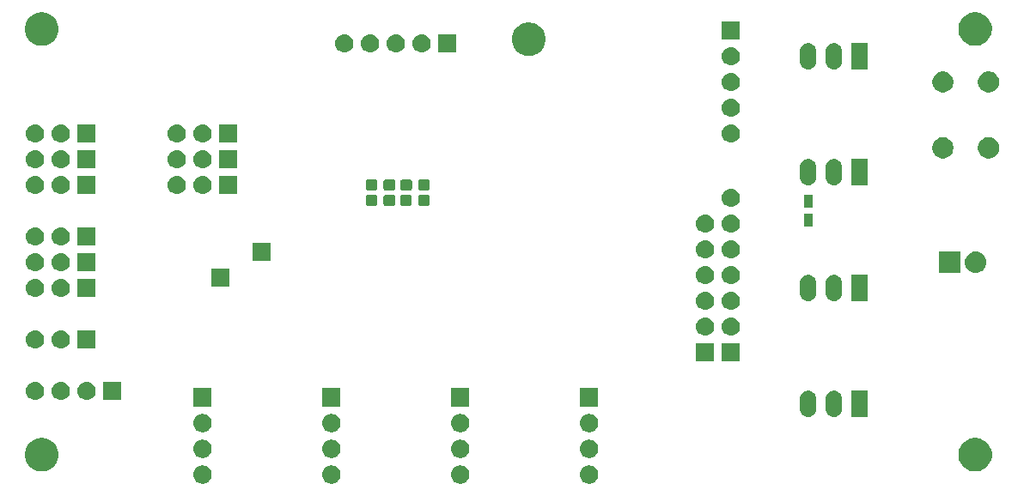
<source format=gbr>
G04 #@! TF.GenerationSoftware,KiCad,Pcbnew,(5.1.4)-1*
G04 #@! TF.CreationDate,2020-02-29T10:59:19+01:00*
G04 #@! TF.ProjectId,stm32_board,73746d33-325f-4626-9f61-72642e6b6963,rev?*
G04 #@! TF.SameCoordinates,Original*
G04 #@! TF.FileFunction,Soldermask,Bot*
G04 #@! TF.FilePolarity,Negative*
%FSLAX46Y46*%
G04 Gerber Fmt 4.6, Leading zero omitted, Abs format (unit mm)*
G04 Created by KiCad (PCBNEW (5.1.4)-1) date 2020-02-29 10:59:19*
%MOMM*%
%LPD*%
G04 APERTURE LIST*
%ADD10C,0.100000*%
G04 APERTURE END LIST*
D10*
G36*
X82660442Y-147060518D02*
G01*
X82726627Y-147067037D01*
X82896466Y-147118557D01*
X83052991Y-147202222D01*
X83088729Y-147231552D01*
X83190186Y-147314814D01*
X83273448Y-147416271D01*
X83302778Y-147452009D01*
X83386443Y-147608534D01*
X83437963Y-147778373D01*
X83455359Y-147955000D01*
X83437963Y-148131627D01*
X83386443Y-148301466D01*
X83302778Y-148457991D01*
X83273448Y-148493729D01*
X83190186Y-148595186D01*
X83088729Y-148678448D01*
X83052991Y-148707778D01*
X82896466Y-148791443D01*
X82726627Y-148842963D01*
X82660443Y-148849481D01*
X82594260Y-148856000D01*
X82505740Y-148856000D01*
X82439557Y-148849481D01*
X82373373Y-148842963D01*
X82203534Y-148791443D01*
X82047009Y-148707778D01*
X82011271Y-148678448D01*
X81909814Y-148595186D01*
X81826552Y-148493729D01*
X81797222Y-148457991D01*
X81713557Y-148301466D01*
X81662037Y-148131627D01*
X81644641Y-147955000D01*
X81662037Y-147778373D01*
X81713557Y-147608534D01*
X81797222Y-147452009D01*
X81826552Y-147416271D01*
X81909814Y-147314814D01*
X82011271Y-147231552D01*
X82047009Y-147202222D01*
X82203534Y-147118557D01*
X82373373Y-147067037D01*
X82439558Y-147060518D01*
X82505740Y-147054000D01*
X82594260Y-147054000D01*
X82660442Y-147060518D01*
X82660442Y-147060518D01*
G37*
G36*
X95360442Y-147060518D02*
G01*
X95426627Y-147067037D01*
X95596466Y-147118557D01*
X95752991Y-147202222D01*
X95788729Y-147231552D01*
X95890186Y-147314814D01*
X95973448Y-147416271D01*
X96002778Y-147452009D01*
X96086443Y-147608534D01*
X96137963Y-147778373D01*
X96155359Y-147955000D01*
X96137963Y-148131627D01*
X96086443Y-148301466D01*
X96002778Y-148457991D01*
X95973448Y-148493729D01*
X95890186Y-148595186D01*
X95788729Y-148678448D01*
X95752991Y-148707778D01*
X95596466Y-148791443D01*
X95426627Y-148842963D01*
X95360443Y-148849481D01*
X95294260Y-148856000D01*
X95205740Y-148856000D01*
X95139557Y-148849481D01*
X95073373Y-148842963D01*
X94903534Y-148791443D01*
X94747009Y-148707778D01*
X94711271Y-148678448D01*
X94609814Y-148595186D01*
X94526552Y-148493729D01*
X94497222Y-148457991D01*
X94413557Y-148301466D01*
X94362037Y-148131627D01*
X94344641Y-147955000D01*
X94362037Y-147778373D01*
X94413557Y-147608534D01*
X94497222Y-147452009D01*
X94526552Y-147416271D01*
X94609814Y-147314814D01*
X94711271Y-147231552D01*
X94747009Y-147202222D01*
X94903534Y-147118557D01*
X95073373Y-147067037D01*
X95139558Y-147060518D01*
X95205740Y-147054000D01*
X95294260Y-147054000D01*
X95360442Y-147060518D01*
X95360442Y-147060518D01*
G37*
G36*
X108060442Y-147060518D02*
G01*
X108126627Y-147067037D01*
X108296466Y-147118557D01*
X108452991Y-147202222D01*
X108488729Y-147231552D01*
X108590186Y-147314814D01*
X108673448Y-147416271D01*
X108702778Y-147452009D01*
X108786443Y-147608534D01*
X108837963Y-147778373D01*
X108855359Y-147955000D01*
X108837963Y-148131627D01*
X108786443Y-148301466D01*
X108702778Y-148457991D01*
X108673448Y-148493729D01*
X108590186Y-148595186D01*
X108488729Y-148678448D01*
X108452991Y-148707778D01*
X108296466Y-148791443D01*
X108126627Y-148842963D01*
X108060443Y-148849481D01*
X107994260Y-148856000D01*
X107905740Y-148856000D01*
X107839557Y-148849481D01*
X107773373Y-148842963D01*
X107603534Y-148791443D01*
X107447009Y-148707778D01*
X107411271Y-148678448D01*
X107309814Y-148595186D01*
X107226552Y-148493729D01*
X107197222Y-148457991D01*
X107113557Y-148301466D01*
X107062037Y-148131627D01*
X107044641Y-147955000D01*
X107062037Y-147778373D01*
X107113557Y-147608534D01*
X107197222Y-147452009D01*
X107226552Y-147416271D01*
X107309814Y-147314814D01*
X107411271Y-147231552D01*
X107447009Y-147202222D01*
X107603534Y-147118557D01*
X107773373Y-147067037D01*
X107839558Y-147060518D01*
X107905740Y-147054000D01*
X107994260Y-147054000D01*
X108060442Y-147060518D01*
X108060442Y-147060518D01*
G37*
G36*
X69960442Y-147060518D02*
G01*
X70026627Y-147067037D01*
X70196466Y-147118557D01*
X70352991Y-147202222D01*
X70388729Y-147231552D01*
X70490186Y-147314814D01*
X70573448Y-147416271D01*
X70602778Y-147452009D01*
X70686443Y-147608534D01*
X70737963Y-147778373D01*
X70755359Y-147955000D01*
X70737963Y-148131627D01*
X70686443Y-148301466D01*
X70602778Y-148457991D01*
X70573448Y-148493729D01*
X70490186Y-148595186D01*
X70388729Y-148678448D01*
X70352991Y-148707778D01*
X70196466Y-148791443D01*
X70026627Y-148842963D01*
X69960443Y-148849481D01*
X69894260Y-148856000D01*
X69805740Y-148856000D01*
X69739557Y-148849481D01*
X69673373Y-148842963D01*
X69503534Y-148791443D01*
X69347009Y-148707778D01*
X69311271Y-148678448D01*
X69209814Y-148595186D01*
X69126552Y-148493729D01*
X69097222Y-148457991D01*
X69013557Y-148301466D01*
X68962037Y-148131627D01*
X68944641Y-147955000D01*
X68962037Y-147778373D01*
X69013557Y-147608534D01*
X69097222Y-147452009D01*
X69126552Y-147416271D01*
X69209814Y-147314814D01*
X69311271Y-147231552D01*
X69347009Y-147202222D01*
X69503534Y-147118557D01*
X69673373Y-147067037D01*
X69739558Y-147060518D01*
X69805740Y-147054000D01*
X69894260Y-147054000D01*
X69960442Y-147060518D01*
X69960442Y-147060518D01*
G37*
G36*
X54375256Y-144391298D02*
G01*
X54481579Y-144412447D01*
X54694037Y-144500450D01*
X54758224Y-144527037D01*
X54782042Y-144536903D01*
X55052451Y-144717585D01*
X55282415Y-144947549D01*
X55463097Y-145217958D01*
X55587553Y-145518421D01*
X55651000Y-145837391D01*
X55651000Y-146162609D01*
X55587553Y-146481579D01*
X55463097Y-146782042D01*
X55282415Y-147052451D01*
X55052451Y-147282415D01*
X54782042Y-147463097D01*
X54481579Y-147587553D01*
X54376110Y-147608532D01*
X54162611Y-147651000D01*
X53837389Y-147651000D01*
X53623890Y-147608532D01*
X53518421Y-147587553D01*
X53217958Y-147463097D01*
X52947549Y-147282415D01*
X52717585Y-147052451D01*
X52536903Y-146782042D01*
X52412447Y-146481579D01*
X52349000Y-146162609D01*
X52349000Y-145837391D01*
X52412447Y-145518421D01*
X52536903Y-145217958D01*
X52717585Y-144947549D01*
X52947549Y-144717585D01*
X53217958Y-144536903D01*
X53241777Y-144527037D01*
X53305963Y-144500450D01*
X53518421Y-144412447D01*
X53624744Y-144391298D01*
X53837389Y-144349000D01*
X54162611Y-144349000D01*
X54375256Y-144391298D01*
X54375256Y-144391298D01*
G37*
G36*
X146375256Y-144391298D02*
G01*
X146481579Y-144412447D01*
X146694037Y-144500450D01*
X146758224Y-144527037D01*
X146782042Y-144536903D01*
X147052451Y-144717585D01*
X147282415Y-144947549D01*
X147463097Y-145217958D01*
X147587553Y-145518421D01*
X147651000Y-145837391D01*
X147651000Y-146162609D01*
X147587553Y-146481579D01*
X147463097Y-146782042D01*
X147282415Y-147052451D01*
X147052451Y-147282415D01*
X146782042Y-147463097D01*
X146481579Y-147587553D01*
X146376110Y-147608532D01*
X146162611Y-147651000D01*
X145837389Y-147651000D01*
X145623890Y-147608532D01*
X145518421Y-147587553D01*
X145217958Y-147463097D01*
X144947549Y-147282415D01*
X144717585Y-147052451D01*
X144536903Y-146782042D01*
X144412447Y-146481579D01*
X144349000Y-146162609D01*
X144349000Y-145837391D01*
X144412447Y-145518421D01*
X144536903Y-145217958D01*
X144717585Y-144947549D01*
X144947549Y-144717585D01*
X145217958Y-144536903D01*
X145241777Y-144527037D01*
X145305963Y-144500450D01*
X145518421Y-144412447D01*
X145624744Y-144391298D01*
X145837389Y-144349000D01*
X146162611Y-144349000D01*
X146375256Y-144391298D01*
X146375256Y-144391298D01*
G37*
G36*
X69960442Y-144520518D02*
G01*
X70026627Y-144527037D01*
X70196466Y-144578557D01*
X70352991Y-144662222D01*
X70388729Y-144691552D01*
X70490186Y-144774814D01*
X70573448Y-144876271D01*
X70602778Y-144912009D01*
X70686443Y-145068534D01*
X70737963Y-145238373D01*
X70755359Y-145415000D01*
X70737963Y-145591627D01*
X70686443Y-145761466D01*
X70602778Y-145917991D01*
X70573448Y-145953729D01*
X70490186Y-146055186D01*
X70388729Y-146138448D01*
X70352991Y-146167778D01*
X70196466Y-146251443D01*
X70026627Y-146302963D01*
X69960442Y-146309482D01*
X69894260Y-146316000D01*
X69805740Y-146316000D01*
X69739558Y-146309482D01*
X69673373Y-146302963D01*
X69503534Y-146251443D01*
X69347009Y-146167778D01*
X69311271Y-146138448D01*
X69209814Y-146055186D01*
X69126552Y-145953729D01*
X69097222Y-145917991D01*
X69013557Y-145761466D01*
X68962037Y-145591627D01*
X68944641Y-145415000D01*
X68962037Y-145238373D01*
X69013557Y-145068534D01*
X69097222Y-144912009D01*
X69126552Y-144876271D01*
X69209814Y-144774814D01*
X69311271Y-144691552D01*
X69347009Y-144662222D01*
X69503534Y-144578557D01*
X69673373Y-144527037D01*
X69739558Y-144520518D01*
X69805740Y-144514000D01*
X69894260Y-144514000D01*
X69960442Y-144520518D01*
X69960442Y-144520518D01*
G37*
G36*
X82660442Y-144520518D02*
G01*
X82726627Y-144527037D01*
X82896466Y-144578557D01*
X83052991Y-144662222D01*
X83088729Y-144691552D01*
X83190186Y-144774814D01*
X83273448Y-144876271D01*
X83302778Y-144912009D01*
X83386443Y-145068534D01*
X83437963Y-145238373D01*
X83455359Y-145415000D01*
X83437963Y-145591627D01*
X83386443Y-145761466D01*
X83302778Y-145917991D01*
X83273448Y-145953729D01*
X83190186Y-146055186D01*
X83088729Y-146138448D01*
X83052991Y-146167778D01*
X82896466Y-146251443D01*
X82726627Y-146302963D01*
X82660442Y-146309482D01*
X82594260Y-146316000D01*
X82505740Y-146316000D01*
X82439558Y-146309482D01*
X82373373Y-146302963D01*
X82203534Y-146251443D01*
X82047009Y-146167778D01*
X82011271Y-146138448D01*
X81909814Y-146055186D01*
X81826552Y-145953729D01*
X81797222Y-145917991D01*
X81713557Y-145761466D01*
X81662037Y-145591627D01*
X81644641Y-145415000D01*
X81662037Y-145238373D01*
X81713557Y-145068534D01*
X81797222Y-144912009D01*
X81826552Y-144876271D01*
X81909814Y-144774814D01*
X82011271Y-144691552D01*
X82047009Y-144662222D01*
X82203534Y-144578557D01*
X82373373Y-144527037D01*
X82439558Y-144520518D01*
X82505740Y-144514000D01*
X82594260Y-144514000D01*
X82660442Y-144520518D01*
X82660442Y-144520518D01*
G37*
G36*
X95360442Y-144520518D02*
G01*
X95426627Y-144527037D01*
X95596466Y-144578557D01*
X95752991Y-144662222D01*
X95788729Y-144691552D01*
X95890186Y-144774814D01*
X95973448Y-144876271D01*
X96002778Y-144912009D01*
X96086443Y-145068534D01*
X96137963Y-145238373D01*
X96155359Y-145415000D01*
X96137963Y-145591627D01*
X96086443Y-145761466D01*
X96002778Y-145917991D01*
X95973448Y-145953729D01*
X95890186Y-146055186D01*
X95788729Y-146138448D01*
X95752991Y-146167778D01*
X95596466Y-146251443D01*
X95426627Y-146302963D01*
X95360442Y-146309482D01*
X95294260Y-146316000D01*
X95205740Y-146316000D01*
X95139558Y-146309482D01*
X95073373Y-146302963D01*
X94903534Y-146251443D01*
X94747009Y-146167778D01*
X94711271Y-146138448D01*
X94609814Y-146055186D01*
X94526552Y-145953729D01*
X94497222Y-145917991D01*
X94413557Y-145761466D01*
X94362037Y-145591627D01*
X94344641Y-145415000D01*
X94362037Y-145238373D01*
X94413557Y-145068534D01*
X94497222Y-144912009D01*
X94526552Y-144876271D01*
X94609814Y-144774814D01*
X94711271Y-144691552D01*
X94747009Y-144662222D01*
X94903534Y-144578557D01*
X95073373Y-144527037D01*
X95139558Y-144520518D01*
X95205740Y-144514000D01*
X95294260Y-144514000D01*
X95360442Y-144520518D01*
X95360442Y-144520518D01*
G37*
G36*
X108060442Y-144520518D02*
G01*
X108126627Y-144527037D01*
X108296466Y-144578557D01*
X108452991Y-144662222D01*
X108488729Y-144691552D01*
X108590186Y-144774814D01*
X108673448Y-144876271D01*
X108702778Y-144912009D01*
X108786443Y-145068534D01*
X108837963Y-145238373D01*
X108855359Y-145415000D01*
X108837963Y-145591627D01*
X108786443Y-145761466D01*
X108702778Y-145917991D01*
X108673448Y-145953729D01*
X108590186Y-146055186D01*
X108488729Y-146138448D01*
X108452991Y-146167778D01*
X108296466Y-146251443D01*
X108126627Y-146302963D01*
X108060442Y-146309482D01*
X107994260Y-146316000D01*
X107905740Y-146316000D01*
X107839558Y-146309482D01*
X107773373Y-146302963D01*
X107603534Y-146251443D01*
X107447009Y-146167778D01*
X107411271Y-146138448D01*
X107309814Y-146055186D01*
X107226552Y-145953729D01*
X107197222Y-145917991D01*
X107113557Y-145761466D01*
X107062037Y-145591627D01*
X107044641Y-145415000D01*
X107062037Y-145238373D01*
X107113557Y-145068534D01*
X107197222Y-144912009D01*
X107226552Y-144876271D01*
X107309814Y-144774814D01*
X107411271Y-144691552D01*
X107447009Y-144662222D01*
X107603534Y-144578557D01*
X107773373Y-144527037D01*
X107839558Y-144520518D01*
X107905740Y-144514000D01*
X107994260Y-144514000D01*
X108060442Y-144520518D01*
X108060442Y-144520518D01*
G37*
G36*
X95360443Y-141980519D02*
G01*
X95426627Y-141987037D01*
X95596466Y-142038557D01*
X95752991Y-142122222D01*
X95773714Y-142139229D01*
X95890186Y-142234814D01*
X95973448Y-142336271D01*
X96002778Y-142372009D01*
X96086443Y-142528534D01*
X96137963Y-142698373D01*
X96155359Y-142875000D01*
X96137963Y-143051627D01*
X96086443Y-143221466D01*
X96002778Y-143377991D01*
X95973448Y-143413729D01*
X95890186Y-143515186D01*
X95788729Y-143598448D01*
X95752991Y-143627778D01*
X95596466Y-143711443D01*
X95426627Y-143762963D01*
X95360442Y-143769482D01*
X95294260Y-143776000D01*
X95205740Y-143776000D01*
X95139558Y-143769482D01*
X95073373Y-143762963D01*
X94903534Y-143711443D01*
X94747009Y-143627778D01*
X94711271Y-143598448D01*
X94609814Y-143515186D01*
X94526552Y-143413729D01*
X94497222Y-143377991D01*
X94413557Y-143221466D01*
X94362037Y-143051627D01*
X94344641Y-142875000D01*
X94362037Y-142698373D01*
X94413557Y-142528534D01*
X94497222Y-142372009D01*
X94526552Y-142336271D01*
X94609814Y-142234814D01*
X94726286Y-142139229D01*
X94747009Y-142122222D01*
X94903534Y-142038557D01*
X95073373Y-141987037D01*
X95139557Y-141980519D01*
X95205740Y-141974000D01*
X95294260Y-141974000D01*
X95360443Y-141980519D01*
X95360443Y-141980519D01*
G37*
G36*
X69960443Y-141980519D02*
G01*
X70026627Y-141987037D01*
X70196466Y-142038557D01*
X70352991Y-142122222D01*
X70373714Y-142139229D01*
X70490186Y-142234814D01*
X70573448Y-142336271D01*
X70602778Y-142372009D01*
X70686443Y-142528534D01*
X70737963Y-142698373D01*
X70755359Y-142875000D01*
X70737963Y-143051627D01*
X70686443Y-143221466D01*
X70602778Y-143377991D01*
X70573448Y-143413729D01*
X70490186Y-143515186D01*
X70388729Y-143598448D01*
X70352991Y-143627778D01*
X70196466Y-143711443D01*
X70026627Y-143762963D01*
X69960442Y-143769482D01*
X69894260Y-143776000D01*
X69805740Y-143776000D01*
X69739558Y-143769482D01*
X69673373Y-143762963D01*
X69503534Y-143711443D01*
X69347009Y-143627778D01*
X69311271Y-143598448D01*
X69209814Y-143515186D01*
X69126552Y-143413729D01*
X69097222Y-143377991D01*
X69013557Y-143221466D01*
X68962037Y-143051627D01*
X68944641Y-142875000D01*
X68962037Y-142698373D01*
X69013557Y-142528534D01*
X69097222Y-142372009D01*
X69126552Y-142336271D01*
X69209814Y-142234814D01*
X69326286Y-142139229D01*
X69347009Y-142122222D01*
X69503534Y-142038557D01*
X69673373Y-141987037D01*
X69739557Y-141980519D01*
X69805740Y-141974000D01*
X69894260Y-141974000D01*
X69960443Y-141980519D01*
X69960443Y-141980519D01*
G37*
G36*
X82660443Y-141980519D02*
G01*
X82726627Y-141987037D01*
X82896466Y-142038557D01*
X83052991Y-142122222D01*
X83073714Y-142139229D01*
X83190186Y-142234814D01*
X83273448Y-142336271D01*
X83302778Y-142372009D01*
X83386443Y-142528534D01*
X83437963Y-142698373D01*
X83455359Y-142875000D01*
X83437963Y-143051627D01*
X83386443Y-143221466D01*
X83302778Y-143377991D01*
X83273448Y-143413729D01*
X83190186Y-143515186D01*
X83088729Y-143598448D01*
X83052991Y-143627778D01*
X82896466Y-143711443D01*
X82726627Y-143762963D01*
X82660442Y-143769482D01*
X82594260Y-143776000D01*
X82505740Y-143776000D01*
X82439558Y-143769482D01*
X82373373Y-143762963D01*
X82203534Y-143711443D01*
X82047009Y-143627778D01*
X82011271Y-143598448D01*
X81909814Y-143515186D01*
X81826552Y-143413729D01*
X81797222Y-143377991D01*
X81713557Y-143221466D01*
X81662037Y-143051627D01*
X81644641Y-142875000D01*
X81662037Y-142698373D01*
X81713557Y-142528534D01*
X81797222Y-142372009D01*
X81826552Y-142336271D01*
X81909814Y-142234814D01*
X82026286Y-142139229D01*
X82047009Y-142122222D01*
X82203534Y-142038557D01*
X82373373Y-141987037D01*
X82439557Y-141980519D01*
X82505740Y-141974000D01*
X82594260Y-141974000D01*
X82660443Y-141980519D01*
X82660443Y-141980519D01*
G37*
G36*
X108060443Y-141980519D02*
G01*
X108126627Y-141987037D01*
X108296466Y-142038557D01*
X108452991Y-142122222D01*
X108473714Y-142139229D01*
X108590186Y-142234814D01*
X108673448Y-142336271D01*
X108702778Y-142372009D01*
X108786443Y-142528534D01*
X108837963Y-142698373D01*
X108855359Y-142875000D01*
X108837963Y-143051627D01*
X108786443Y-143221466D01*
X108702778Y-143377991D01*
X108673448Y-143413729D01*
X108590186Y-143515186D01*
X108488729Y-143598448D01*
X108452991Y-143627778D01*
X108296466Y-143711443D01*
X108126627Y-143762963D01*
X108060442Y-143769482D01*
X107994260Y-143776000D01*
X107905740Y-143776000D01*
X107839558Y-143769482D01*
X107773373Y-143762963D01*
X107603534Y-143711443D01*
X107447009Y-143627778D01*
X107411271Y-143598448D01*
X107309814Y-143515186D01*
X107226552Y-143413729D01*
X107197222Y-143377991D01*
X107113557Y-143221466D01*
X107062037Y-143051627D01*
X107044641Y-142875000D01*
X107062037Y-142698373D01*
X107113557Y-142528534D01*
X107197222Y-142372009D01*
X107226552Y-142336271D01*
X107309814Y-142234814D01*
X107426286Y-142139229D01*
X107447009Y-142122222D01*
X107603534Y-142038557D01*
X107773373Y-141987037D01*
X107839557Y-141980519D01*
X107905740Y-141974000D01*
X107994260Y-141974000D01*
X108060443Y-141980519D01*
X108060443Y-141980519D01*
G37*
G36*
X132237023Y-139680590D02*
G01*
X132337682Y-139711125D01*
X132388013Y-139726392D01*
X132527165Y-139800771D01*
X132649133Y-139900867D01*
X132749229Y-140022835D01*
X132823608Y-140161987D01*
X132823608Y-140161988D01*
X132869410Y-140312977D01*
X132881000Y-140430655D01*
X132881000Y-141509345D01*
X132869410Y-141627023D01*
X132838875Y-141727682D01*
X132823608Y-141778013D01*
X132749230Y-141917164D01*
X132749229Y-141917165D01*
X132649133Y-142039133D01*
X132547887Y-142122222D01*
X132527164Y-142139229D01*
X132388012Y-142213608D01*
X132337681Y-142228875D01*
X132237022Y-142259410D01*
X132080000Y-142274875D01*
X131922977Y-142259410D01*
X131822318Y-142228875D01*
X131771987Y-142213608D01*
X131632835Y-142139229D01*
X131612111Y-142122221D01*
X131510867Y-142039133D01*
X131410771Y-141917164D01*
X131336393Y-141778013D01*
X131336392Y-141778012D01*
X131321125Y-141727681D01*
X131290590Y-141627022D01*
X131279000Y-141509344D01*
X131279001Y-140430655D01*
X131290591Y-140312977D01*
X131336393Y-140161988D01*
X131336393Y-140161987D01*
X131410772Y-140022835D01*
X131510868Y-139900867D01*
X131632836Y-139800771D01*
X131771988Y-139726392D01*
X131822319Y-139711125D01*
X131922978Y-139680590D01*
X132080000Y-139665125D01*
X132237023Y-139680590D01*
X132237023Y-139680590D01*
G37*
G36*
X129697023Y-139680590D02*
G01*
X129797682Y-139711125D01*
X129848013Y-139726392D01*
X129987165Y-139800771D01*
X130109133Y-139900867D01*
X130209229Y-140022835D01*
X130283608Y-140161987D01*
X130283608Y-140161988D01*
X130329410Y-140312977D01*
X130341000Y-140430655D01*
X130341000Y-141509345D01*
X130329410Y-141627023D01*
X130298875Y-141727682D01*
X130283608Y-141778013D01*
X130209230Y-141917164D01*
X130209229Y-141917165D01*
X130109133Y-142039133D01*
X130007887Y-142122222D01*
X129987164Y-142139229D01*
X129848012Y-142213608D01*
X129797681Y-142228875D01*
X129697022Y-142259410D01*
X129540000Y-142274875D01*
X129382977Y-142259410D01*
X129282318Y-142228875D01*
X129231987Y-142213608D01*
X129092835Y-142139229D01*
X129072111Y-142122221D01*
X128970867Y-142039133D01*
X128870771Y-141917164D01*
X128796393Y-141778013D01*
X128796392Y-141778012D01*
X128781125Y-141727681D01*
X128750590Y-141627022D01*
X128739000Y-141509344D01*
X128739001Y-140430655D01*
X128750591Y-140312977D01*
X128796393Y-140161988D01*
X128796393Y-140161987D01*
X128870772Y-140022835D01*
X128970868Y-139900867D01*
X129092836Y-139800771D01*
X129231988Y-139726392D01*
X129282319Y-139711125D01*
X129382978Y-139680590D01*
X129540000Y-139665125D01*
X129697023Y-139680590D01*
X129697023Y-139680590D01*
G37*
G36*
X135421000Y-142271000D02*
G01*
X133819000Y-142271000D01*
X133819000Y-139669000D01*
X135421000Y-139669000D01*
X135421000Y-142271000D01*
X135421000Y-142271000D01*
G37*
G36*
X83451000Y-141236000D02*
G01*
X81649000Y-141236000D01*
X81649000Y-139434000D01*
X83451000Y-139434000D01*
X83451000Y-141236000D01*
X83451000Y-141236000D01*
G37*
G36*
X108851000Y-141236000D02*
G01*
X107049000Y-141236000D01*
X107049000Y-139434000D01*
X108851000Y-139434000D01*
X108851000Y-141236000D01*
X108851000Y-141236000D01*
G37*
G36*
X96151000Y-141236000D02*
G01*
X94349000Y-141236000D01*
X94349000Y-139434000D01*
X96151000Y-139434000D01*
X96151000Y-141236000D01*
X96151000Y-141236000D01*
G37*
G36*
X70751000Y-141236000D02*
G01*
X68949000Y-141236000D01*
X68949000Y-139434000D01*
X70751000Y-139434000D01*
X70751000Y-141236000D01*
X70751000Y-141236000D01*
G37*
G36*
X55990442Y-138805518D02*
G01*
X56056627Y-138812037D01*
X56226466Y-138863557D01*
X56382991Y-138947222D01*
X56418729Y-138976552D01*
X56520186Y-139059814D01*
X56603448Y-139161271D01*
X56632778Y-139197009D01*
X56716443Y-139353534D01*
X56767963Y-139523373D01*
X56785359Y-139700000D01*
X56767963Y-139876627D01*
X56716443Y-140046466D01*
X56632778Y-140202991D01*
X56603448Y-140238729D01*
X56520186Y-140340186D01*
X56418729Y-140423448D01*
X56382991Y-140452778D01*
X56226466Y-140536443D01*
X56056627Y-140587963D01*
X55990442Y-140594482D01*
X55924260Y-140601000D01*
X55835740Y-140601000D01*
X55769558Y-140594482D01*
X55703373Y-140587963D01*
X55533534Y-140536443D01*
X55377009Y-140452778D01*
X55341271Y-140423448D01*
X55239814Y-140340186D01*
X55156552Y-140238729D01*
X55127222Y-140202991D01*
X55043557Y-140046466D01*
X54992037Y-139876627D01*
X54974641Y-139700000D01*
X54992037Y-139523373D01*
X55043557Y-139353534D01*
X55127222Y-139197009D01*
X55156552Y-139161271D01*
X55239814Y-139059814D01*
X55341271Y-138976552D01*
X55377009Y-138947222D01*
X55533534Y-138863557D01*
X55703373Y-138812037D01*
X55769558Y-138805518D01*
X55835740Y-138799000D01*
X55924260Y-138799000D01*
X55990442Y-138805518D01*
X55990442Y-138805518D01*
G37*
G36*
X61861000Y-140601000D02*
G01*
X60059000Y-140601000D01*
X60059000Y-138799000D01*
X61861000Y-138799000D01*
X61861000Y-140601000D01*
X61861000Y-140601000D01*
G37*
G36*
X58530442Y-138805518D02*
G01*
X58596627Y-138812037D01*
X58766466Y-138863557D01*
X58922991Y-138947222D01*
X58958729Y-138976552D01*
X59060186Y-139059814D01*
X59143448Y-139161271D01*
X59172778Y-139197009D01*
X59256443Y-139353534D01*
X59307963Y-139523373D01*
X59325359Y-139700000D01*
X59307963Y-139876627D01*
X59256443Y-140046466D01*
X59172778Y-140202991D01*
X59143448Y-140238729D01*
X59060186Y-140340186D01*
X58958729Y-140423448D01*
X58922991Y-140452778D01*
X58766466Y-140536443D01*
X58596627Y-140587963D01*
X58530442Y-140594482D01*
X58464260Y-140601000D01*
X58375740Y-140601000D01*
X58309558Y-140594482D01*
X58243373Y-140587963D01*
X58073534Y-140536443D01*
X57917009Y-140452778D01*
X57881271Y-140423448D01*
X57779814Y-140340186D01*
X57696552Y-140238729D01*
X57667222Y-140202991D01*
X57583557Y-140046466D01*
X57532037Y-139876627D01*
X57514641Y-139700000D01*
X57532037Y-139523373D01*
X57583557Y-139353534D01*
X57667222Y-139197009D01*
X57696552Y-139161271D01*
X57779814Y-139059814D01*
X57881271Y-138976552D01*
X57917009Y-138947222D01*
X58073534Y-138863557D01*
X58243373Y-138812037D01*
X58309558Y-138805518D01*
X58375740Y-138799000D01*
X58464260Y-138799000D01*
X58530442Y-138805518D01*
X58530442Y-138805518D01*
G37*
G36*
X53450442Y-138805518D02*
G01*
X53516627Y-138812037D01*
X53686466Y-138863557D01*
X53842991Y-138947222D01*
X53878729Y-138976552D01*
X53980186Y-139059814D01*
X54063448Y-139161271D01*
X54092778Y-139197009D01*
X54176443Y-139353534D01*
X54227963Y-139523373D01*
X54245359Y-139700000D01*
X54227963Y-139876627D01*
X54176443Y-140046466D01*
X54092778Y-140202991D01*
X54063448Y-140238729D01*
X53980186Y-140340186D01*
X53878729Y-140423448D01*
X53842991Y-140452778D01*
X53686466Y-140536443D01*
X53516627Y-140587963D01*
X53450442Y-140594482D01*
X53384260Y-140601000D01*
X53295740Y-140601000D01*
X53229558Y-140594482D01*
X53163373Y-140587963D01*
X52993534Y-140536443D01*
X52837009Y-140452778D01*
X52801271Y-140423448D01*
X52699814Y-140340186D01*
X52616552Y-140238729D01*
X52587222Y-140202991D01*
X52503557Y-140046466D01*
X52452037Y-139876627D01*
X52434641Y-139700000D01*
X52452037Y-139523373D01*
X52503557Y-139353534D01*
X52587222Y-139197009D01*
X52616552Y-139161271D01*
X52699814Y-139059814D01*
X52801271Y-138976552D01*
X52837009Y-138947222D01*
X52993534Y-138863557D01*
X53163373Y-138812037D01*
X53229558Y-138805518D01*
X53295740Y-138799000D01*
X53384260Y-138799000D01*
X53450442Y-138805518D01*
X53450442Y-138805518D01*
G37*
G36*
X122821000Y-136791000D02*
G01*
X121019000Y-136791000D01*
X121019000Y-134989000D01*
X122821000Y-134989000D01*
X122821000Y-136791000D01*
X122821000Y-136791000D01*
G37*
G36*
X120281000Y-136791000D02*
G01*
X118479000Y-136791000D01*
X118479000Y-134989000D01*
X120281000Y-134989000D01*
X120281000Y-136791000D01*
X120281000Y-136791000D01*
G37*
G36*
X55990443Y-133725519D02*
G01*
X56056627Y-133732037D01*
X56226466Y-133783557D01*
X56382991Y-133867222D01*
X56418729Y-133896552D01*
X56520186Y-133979814D01*
X56603448Y-134081271D01*
X56632778Y-134117009D01*
X56716443Y-134273534D01*
X56767963Y-134443373D01*
X56785359Y-134620000D01*
X56767963Y-134796627D01*
X56716443Y-134966466D01*
X56632778Y-135122991D01*
X56603448Y-135158729D01*
X56520186Y-135260186D01*
X56418729Y-135343448D01*
X56382991Y-135372778D01*
X56226466Y-135456443D01*
X56056627Y-135507963D01*
X55990443Y-135514481D01*
X55924260Y-135521000D01*
X55835740Y-135521000D01*
X55769557Y-135514481D01*
X55703373Y-135507963D01*
X55533534Y-135456443D01*
X55377009Y-135372778D01*
X55341271Y-135343448D01*
X55239814Y-135260186D01*
X55156552Y-135158729D01*
X55127222Y-135122991D01*
X55043557Y-134966466D01*
X54992037Y-134796627D01*
X54974641Y-134620000D01*
X54992037Y-134443373D01*
X55043557Y-134273534D01*
X55127222Y-134117009D01*
X55156552Y-134081271D01*
X55239814Y-133979814D01*
X55341271Y-133896552D01*
X55377009Y-133867222D01*
X55533534Y-133783557D01*
X55703373Y-133732037D01*
X55769557Y-133725519D01*
X55835740Y-133719000D01*
X55924260Y-133719000D01*
X55990443Y-133725519D01*
X55990443Y-133725519D01*
G37*
G36*
X59321000Y-135521000D02*
G01*
X57519000Y-135521000D01*
X57519000Y-133719000D01*
X59321000Y-133719000D01*
X59321000Y-135521000D01*
X59321000Y-135521000D01*
G37*
G36*
X53450443Y-133725519D02*
G01*
X53516627Y-133732037D01*
X53686466Y-133783557D01*
X53842991Y-133867222D01*
X53878729Y-133896552D01*
X53980186Y-133979814D01*
X54063448Y-134081271D01*
X54092778Y-134117009D01*
X54176443Y-134273534D01*
X54227963Y-134443373D01*
X54245359Y-134620000D01*
X54227963Y-134796627D01*
X54176443Y-134966466D01*
X54092778Y-135122991D01*
X54063448Y-135158729D01*
X53980186Y-135260186D01*
X53878729Y-135343448D01*
X53842991Y-135372778D01*
X53686466Y-135456443D01*
X53516627Y-135507963D01*
X53450443Y-135514481D01*
X53384260Y-135521000D01*
X53295740Y-135521000D01*
X53229557Y-135514481D01*
X53163373Y-135507963D01*
X52993534Y-135456443D01*
X52837009Y-135372778D01*
X52801271Y-135343448D01*
X52699814Y-135260186D01*
X52616552Y-135158729D01*
X52587222Y-135122991D01*
X52503557Y-134966466D01*
X52452037Y-134796627D01*
X52434641Y-134620000D01*
X52452037Y-134443373D01*
X52503557Y-134273534D01*
X52587222Y-134117009D01*
X52616552Y-134081271D01*
X52699814Y-133979814D01*
X52801271Y-133896552D01*
X52837009Y-133867222D01*
X52993534Y-133783557D01*
X53163373Y-133732037D01*
X53229557Y-133725519D01*
X53295740Y-133719000D01*
X53384260Y-133719000D01*
X53450443Y-133725519D01*
X53450443Y-133725519D01*
G37*
G36*
X122030442Y-132455518D02*
G01*
X122096627Y-132462037D01*
X122266466Y-132513557D01*
X122422991Y-132597222D01*
X122458729Y-132626552D01*
X122560186Y-132709814D01*
X122643448Y-132811271D01*
X122672778Y-132847009D01*
X122756443Y-133003534D01*
X122807963Y-133173373D01*
X122825359Y-133350000D01*
X122807963Y-133526627D01*
X122756443Y-133696466D01*
X122672778Y-133852991D01*
X122643448Y-133888729D01*
X122560186Y-133990186D01*
X122458729Y-134073448D01*
X122422991Y-134102778D01*
X122266466Y-134186443D01*
X122096627Y-134237963D01*
X122030443Y-134244481D01*
X121964260Y-134251000D01*
X121875740Y-134251000D01*
X121809557Y-134244481D01*
X121743373Y-134237963D01*
X121573534Y-134186443D01*
X121417009Y-134102778D01*
X121381271Y-134073448D01*
X121279814Y-133990186D01*
X121196552Y-133888729D01*
X121167222Y-133852991D01*
X121083557Y-133696466D01*
X121032037Y-133526627D01*
X121014641Y-133350000D01*
X121032037Y-133173373D01*
X121083557Y-133003534D01*
X121167222Y-132847009D01*
X121196552Y-132811271D01*
X121279814Y-132709814D01*
X121381271Y-132626552D01*
X121417009Y-132597222D01*
X121573534Y-132513557D01*
X121743373Y-132462037D01*
X121809558Y-132455518D01*
X121875740Y-132449000D01*
X121964260Y-132449000D01*
X122030442Y-132455518D01*
X122030442Y-132455518D01*
G37*
G36*
X119490442Y-132455518D02*
G01*
X119556627Y-132462037D01*
X119726466Y-132513557D01*
X119882991Y-132597222D01*
X119918729Y-132626552D01*
X120020186Y-132709814D01*
X120103448Y-132811271D01*
X120132778Y-132847009D01*
X120216443Y-133003534D01*
X120267963Y-133173373D01*
X120285359Y-133350000D01*
X120267963Y-133526627D01*
X120216443Y-133696466D01*
X120132778Y-133852991D01*
X120103448Y-133888729D01*
X120020186Y-133990186D01*
X119918729Y-134073448D01*
X119882991Y-134102778D01*
X119726466Y-134186443D01*
X119556627Y-134237963D01*
X119490443Y-134244481D01*
X119424260Y-134251000D01*
X119335740Y-134251000D01*
X119269557Y-134244481D01*
X119203373Y-134237963D01*
X119033534Y-134186443D01*
X118877009Y-134102778D01*
X118841271Y-134073448D01*
X118739814Y-133990186D01*
X118656552Y-133888729D01*
X118627222Y-133852991D01*
X118543557Y-133696466D01*
X118492037Y-133526627D01*
X118474641Y-133350000D01*
X118492037Y-133173373D01*
X118543557Y-133003534D01*
X118627222Y-132847009D01*
X118656552Y-132811271D01*
X118739814Y-132709814D01*
X118841271Y-132626552D01*
X118877009Y-132597222D01*
X119033534Y-132513557D01*
X119203373Y-132462037D01*
X119269558Y-132455518D01*
X119335740Y-132449000D01*
X119424260Y-132449000D01*
X119490442Y-132455518D01*
X119490442Y-132455518D01*
G37*
G36*
X122030442Y-129915518D02*
G01*
X122096627Y-129922037D01*
X122266466Y-129973557D01*
X122422991Y-130057222D01*
X122449948Y-130079345D01*
X122560186Y-130169814D01*
X122643448Y-130271271D01*
X122672778Y-130307009D01*
X122756443Y-130463534D01*
X122807963Y-130633373D01*
X122825359Y-130810000D01*
X122807963Y-130986627D01*
X122756443Y-131156466D01*
X122672778Y-131312991D01*
X122643448Y-131348729D01*
X122560186Y-131450186D01*
X122458729Y-131533448D01*
X122422991Y-131562778D01*
X122266466Y-131646443D01*
X122096627Y-131697963D01*
X122030443Y-131704481D01*
X121964260Y-131711000D01*
X121875740Y-131711000D01*
X121809557Y-131704481D01*
X121743373Y-131697963D01*
X121573534Y-131646443D01*
X121417009Y-131562778D01*
X121381271Y-131533448D01*
X121279814Y-131450186D01*
X121196552Y-131348729D01*
X121167222Y-131312991D01*
X121083557Y-131156466D01*
X121032037Y-130986627D01*
X121014641Y-130810000D01*
X121032037Y-130633373D01*
X121083557Y-130463534D01*
X121167222Y-130307009D01*
X121196552Y-130271271D01*
X121279814Y-130169814D01*
X121390052Y-130079345D01*
X121417009Y-130057222D01*
X121573534Y-129973557D01*
X121743373Y-129922037D01*
X121809558Y-129915518D01*
X121875740Y-129909000D01*
X121964260Y-129909000D01*
X122030442Y-129915518D01*
X122030442Y-129915518D01*
G37*
G36*
X119490442Y-129915518D02*
G01*
X119556627Y-129922037D01*
X119726466Y-129973557D01*
X119882991Y-130057222D01*
X119909948Y-130079345D01*
X120020186Y-130169814D01*
X120103448Y-130271271D01*
X120132778Y-130307009D01*
X120216443Y-130463534D01*
X120267963Y-130633373D01*
X120285359Y-130810000D01*
X120267963Y-130986627D01*
X120216443Y-131156466D01*
X120132778Y-131312991D01*
X120103448Y-131348729D01*
X120020186Y-131450186D01*
X119918729Y-131533448D01*
X119882991Y-131562778D01*
X119726466Y-131646443D01*
X119556627Y-131697963D01*
X119490443Y-131704481D01*
X119424260Y-131711000D01*
X119335740Y-131711000D01*
X119269557Y-131704481D01*
X119203373Y-131697963D01*
X119033534Y-131646443D01*
X118877009Y-131562778D01*
X118841271Y-131533448D01*
X118739814Y-131450186D01*
X118656552Y-131348729D01*
X118627222Y-131312991D01*
X118543557Y-131156466D01*
X118492037Y-130986627D01*
X118474641Y-130810000D01*
X118492037Y-130633373D01*
X118543557Y-130463534D01*
X118627222Y-130307009D01*
X118656552Y-130271271D01*
X118739814Y-130169814D01*
X118850052Y-130079345D01*
X118877009Y-130057222D01*
X119033534Y-129973557D01*
X119203373Y-129922037D01*
X119269558Y-129915518D01*
X119335740Y-129909000D01*
X119424260Y-129909000D01*
X119490442Y-129915518D01*
X119490442Y-129915518D01*
G37*
G36*
X129697023Y-128250590D02*
G01*
X129797682Y-128281125D01*
X129848013Y-128296392D01*
X129987165Y-128370771D01*
X130109133Y-128470867D01*
X130209229Y-128592835D01*
X130283608Y-128731987D01*
X130283608Y-128731988D01*
X130329410Y-128882977D01*
X130341000Y-129000655D01*
X130341000Y-130079345D01*
X130329410Y-130197023D01*
X130300363Y-130292778D01*
X130283608Y-130348013D01*
X130240873Y-130427963D01*
X130209229Y-130487165D01*
X130109133Y-130609133D01*
X129987164Y-130709229D01*
X129848012Y-130783608D01*
X129797681Y-130798875D01*
X129697022Y-130829410D01*
X129540000Y-130844875D01*
X129382977Y-130829410D01*
X129282318Y-130798875D01*
X129231987Y-130783608D01*
X129092835Y-130709229D01*
X128970867Y-130609133D01*
X128870771Y-130487164D01*
X128811589Y-130376443D01*
X128796392Y-130348012D01*
X128779637Y-130292778D01*
X128750590Y-130197022D01*
X128739000Y-130079344D01*
X128739001Y-129000655D01*
X128750591Y-128882977D01*
X128796393Y-128731988D01*
X128796393Y-128731987D01*
X128870772Y-128592835D01*
X128970868Y-128470867D01*
X129092836Y-128370771D01*
X129231988Y-128296392D01*
X129282319Y-128281125D01*
X129382978Y-128250590D01*
X129540000Y-128235125D01*
X129697023Y-128250590D01*
X129697023Y-128250590D01*
G37*
G36*
X132237023Y-128250590D02*
G01*
X132337682Y-128281125D01*
X132388013Y-128296392D01*
X132527165Y-128370771D01*
X132649133Y-128470867D01*
X132749229Y-128592835D01*
X132823608Y-128731987D01*
X132823608Y-128731988D01*
X132869410Y-128882977D01*
X132881000Y-129000655D01*
X132881000Y-130079345D01*
X132869410Y-130197023D01*
X132840363Y-130292778D01*
X132823608Y-130348013D01*
X132780873Y-130427963D01*
X132749229Y-130487165D01*
X132649133Y-130609133D01*
X132527164Y-130709229D01*
X132388012Y-130783608D01*
X132337681Y-130798875D01*
X132237022Y-130829410D01*
X132080000Y-130844875D01*
X131922977Y-130829410D01*
X131822318Y-130798875D01*
X131771987Y-130783608D01*
X131632835Y-130709229D01*
X131510867Y-130609133D01*
X131410771Y-130487164D01*
X131351589Y-130376443D01*
X131336392Y-130348012D01*
X131319637Y-130292778D01*
X131290590Y-130197022D01*
X131279000Y-130079344D01*
X131279001Y-129000655D01*
X131290591Y-128882977D01*
X131336393Y-128731988D01*
X131336393Y-128731987D01*
X131410772Y-128592835D01*
X131510868Y-128470867D01*
X131632836Y-128370771D01*
X131771988Y-128296392D01*
X131822319Y-128281125D01*
X131922978Y-128250590D01*
X132080000Y-128235125D01*
X132237023Y-128250590D01*
X132237023Y-128250590D01*
G37*
G36*
X135421000Y-130841000D02*
G01*
X133819000Y-130841000D01*
X133819000Y-128239000D01*
X135421000Y-128239000D01*
X135421000Y-130841000D01*
X135421000Y-130841000D01*
G37*
G36*
X55990443Y-128645519D02*
G01*
X56056627Y-128652037D01*
X56226466Y-128703557D01*
X56382991Y-128787222D01*
X56418729Y-128816552D01*
X56520186Y-128899814D01*
X56602942Y-129000654D01*
X56632778Y-129037009D01*
X56716443Y-129193534D01*
X56767963Y-129363373D01*
X56785359Y-129540000D01*
X56767963Y-129716627D01*
X56716443Y-129886466D01*
X56632778Y-130042991D01*
X56603448Y-130078729D01*
X56520186Y-130180186D01*
X56418729Y-130263448D01*
X56382991Y-130292778D01*
X56226466Y-130376443D01*
X56056627Y-130427963D01*
X55990443Y-130434481D01*
X55924260Y-130441000D01*
X55835740Y-130441000D01*
X55769557Y-130434481D01*
X55703373Y-130427963D01*
X55533534Y-130376443D01*
X55377009Y-130292778D01*
X55341271Y-130263448D01*
X55239814Y-130180186D01*
X55156552Y-130078729D01*
X55127222Y-130042991D01*
X55043557Y-129886466D01*
X54992037Y-129716627D01*
X54974641Y-129540000D01*
X54992037Y-129363373D01*
X55043557Y-129193534D01*
X55127222Y-129037009D01*
X55157058Y-129000654D01*
X55239814Y-128899814D01*
X55341271Y-128816552D01*
X55377009Y-128787222D01*
X55533534Y-128703557D01*
X55703373Y-128652037D01*
X55769557Y-128645519D01*
X55835740Y-128639000D01*
X55924260Y-128639000D01*
X55990443Y-128645519D01*
X55990443Y-128645519D01*
G37*
G36*
X59321000Y-130441000D02*
G01*
X57519000Y-130441000D01*
X57519000Y-128639000D01*
X59321000Y-128639000D01*
X59321000Y-130441000D01*
X59321000Y-130441000D01*
G37*
G36*
X53450443Y-128645519D02*
G01*
X53516627Y-128652037D01*
X53686466Y-128703557D01*
X53842991Y-128787222D01*
X53878729Y-128816552D01*
X53980186Y-128899814D01*
X54062942Y-129000654D01*
X54092778Y-129037009D01*
X54176443Y-129193534D01*
X54227963Y-129363373D01*
X54245359Y-129540000D01*
X54227963Y-129716627D01*
X54176443Y-129886466D01*
X54092778Y-130042991D01*
X54063448Y-130078729D01*
X53980186Y-130180186D01*
X53878729Y-130263448D01*
X53842991Y-130292778D01*
X53686466Y-130376443D01*
X53516627Y-130427963D01*
X53450443Y-130434481D01*
X53384260Y-130441000D01*
X53295740Y-130441000D01*
X53229557Y-130434481D01*
X53163373Y-130427963D01*
X52993534Y-130376443D01*
X52837009Y-130292778D01*
X52801271Y-130263448D01*
X52699814Y-130180186D01*
X52616552Y-130078729D01*
X52587222Y-130042991D01*
X52503557Y-129886466D01*
X52452037Y-129716627D01*
X52434641Y-129540000D01*
X52452037Y-129363373D01*
X52503557Y-129193534D01*
X52587222Y-129037009D01*
X52617058Y-129000654D01*
X52699814Y-128899814D01*
X52801271Y-128816552D01*
X52837009Y-128787222D01*
X52993534Y-128703557D01*
X53163373Y-128652037D01*
X53229557Y-128645519D01*
X53295740Y-128639000D01*
X53384260Y-128639000D01*
X53450443Y-128645519D01*
X53450443Y-128645519D01*
G37*
G36*
X72529000Y-129425000D02*
G01*
X70727000Y-129425000D01*
X70727000Y-127623000D01*
X72529000Y-127623000D01*
X72529000Y-129425000D01*
X72529000Y-129425000D01*
G37*
G36*
X122030442Y-127375518D02*
G01*
X122096627Y-127382037D01*
X122266466Y-127433557D01*
X122422991Y-127517222D01*
X122458729Y-127546552D01*
X122560186Y-127629814D01*
X122643448Y-127731271D01*
X122672778Y-127767009D01*
X122756443Y-127923534D01*
X122807963Y-128093373D01*
X122825359Y-128270000D01*
X122807963Y-128446627D01*
X122756443Y-128616466D01*
X122672778Y-128772991D01*
X122643448Y-128808729D01*
X122560186Y-128910186D01*
X122458729Y-128993448D01*
X122422991Y-129022778D01*
X122266466Y-129106443D01*
X122096627Y-129157963D01*
X122030442Y-129164482D01*
X121964260Y-129171000D01*
X121875740Y-129171000D01*
X121809558Y-129164482D01*
X121743373Y-129157963D01*
X121573534Y-129106443D01*
X121417009Y-129022778D01*
X121381271Y-128993448D01*
X121279814Y-128910186D01*
X121196552Y-128808729D01*
X121167222Y-128772991D01*
X121083557Y-128616466D01*
X121032037Y-128446627D01*
X121014641Y-128270000D01*
X121032037Y-128093373D01*
X121083557Y-127923534D01*
X121167222Y-127767009D01*
X121196552Y-127731271D01*
X121279814Y-127629814D01*
X121381271Y-127546552D01*
X121417009Y-127517222D01*
X121573534Y-127433557D01*
X121743373Y-127382037D01*
X121809558Y-127375518D01*
X121875740Y-127369000D01*
X121964260Y-127369000D01*
X122030442Y-127375518D01*
X122030442Y-127375518D01*
G37*
G36*
X119490442Y-127375518D02*
G01*
X119556627Y-127382037D01*
X119726466Y-127433557D01*
X119882991Y-127517222D01*
X119918729Y-127546552D01*
X120020186Y-127629814D01*
X120103448Y-127731271D01*
X120132778Y-127767009D01*
X120216443Y-127923534D01*
X120267963Y-128093373D01*
X120285359Y-128270000D01*
X120267963Y-128446627D01*
X120216443Y-128616466D01*
X120132778Y-128772991D01*
X120103448Y-128808729D01*
X120020186Y-128910186D01*
X119918729Y-128993448D01*
X119882991Y-129022778D01*
X119726466Y-129106443D01*
X119556627Y-129157963D01*
X119490442Y-129164482D01*
X119424260Y-129171000D01*
X119335740Y-129171000D01*
X119269558Y-129164482D01*
X119203373Y-129157963D01*
X119033534Y-129106443D01*
X118877009Y-129022778D01*
X118841271Y-128993448D01*
X118739814Y-128910186D01*
X118656552Y-128808729D01*
X118627222Y-128772991D01*
X118543557Y-128616466D01*
X118492037Y-128446627D01*
X118474641Y-128270000D01*
X118492037Y-128093373D01*
X118543557Y-127923534D01*
X118627222Y-127767009D01*
X118656552Y-127731271D01*
X118739814Y-127629814D01*
X118841271Y-127546552D01*
X118877009Y-127517222D01*
X119033534Y-127433557D01*
X119203373Y-127382037D01*
X119269558Y-127375518D01*
X119335740Y-127369000D01*
X119424260Y-127369000D01*
X119490442Y-127375518D01*
X119490442Y-127375518D01*
G37*
G36*
X144561000Y-128051000D02*
G01*
X142459000Y-128051000D01*
X142459000Y-125949000D01*
X144561000Y-125949000D01*
X144561000Y-128051000D01*
X144561000Y-128051000D01*
G37*
G36*
X146153097Y-125954069D02*
G01*
X146256032Y-125964207D01*
X146454146Y-126024305D01*
X146454149Y-126024306D01*
X146550975Y-126076061D01*
X146636729Y-126121897D01*
X146796765Y-126253235D01*
X146928103Y-126413271D01*
X146972862Y-126497009D01*
X147025694Y-126595851D01*
X147025695Y-126595854D01*
X147085793Y-126793968D01*
X147106085Y-127000000D01*
X147085793Y-127206032D01*
X147032402Y-127382037D01*
X147025694Y-127404149D01*
X147009975Y-127433557D01*
X146928103Y-127586729D01*
X146796765Y-127746765D01*
X146636729Y-127878103D01*
X146593891Y-127901000D01*
X146454149Y-127975694D01*
X146454146Y-127975695D01*
X146256032Y-128035793D01*
X146153097Y-128045931D01*
X146101631Y-128051000D01*
X145998369Y-128051000D01*
X145946903Y-128045931D01*
X145843968Y-128035793D01*
X145645854Y-127975695D01*
X145645851Y-127975694D01*
X145506109Y-127901000D01*
X145463271Y-127878103D01*
X145303235Y-127746765D01*
X145171897Y-127586729D01*
X145090025Y-127433557D01*
X145074306Y-127404149D01*
X145067598Y-127382037D01*
X145014207Y-127206032D01*
X144993915Y-127000000D01*
X145014207Y-126793968D01*
X145074305Y-126595854D01*
X145074306Y-126595851D01*
X145127138Y-126497009D01*
X145171897Y-126413271D01*
X145303235Y-126253235D01*
X145463271Y-126121897D01*
X145549025Y-126076061D01*
X145645851Y-126024306D01*
X145645854Y-126024305D01*
X145843968Y-125964207D01*
X145946903Y-125954069D01*
X145998369Y-125949000D01*
X146101631Y-125949000D01*
X146153097Y-125954069D01*
X146153097Y-125954069D01*
G37*
G36*
X55990443Y-126105519D02*
G01*
X56056627Y-126112037D01*
X56226466Y-126163557D01*
X56382991Y-126247222D01*
X56418729Y-126276552D01*
X56520186Y-126359814D01*
X56603448Y-126461271D01*
X56632778Y-126497009D01*
X56716443Y-126653534D01*
X56767963Y-126823373D01*
X56785359Y-127000000D01*
X56767963Y-127176627D01*
X56716443Y-127346466D01*
X56632778Y-127502991D01*
X56603448Y-127538729D01*
X56520186Y-127640186D01*
X56418729Y-127723448D01*
X56382991Y-127752778D01*
X56226466Y-127836443D01*
X56056627Y-127887963D01*
X55990442Y-127894482D01*
X55924260Y-127901000D01*
X55835740Y-127901000D01*
X55769558Y-127894482D01*
X55703373Y-127887963D01*
X55533534Y-127836443D01*
X55377009Y-127752778D01*
X55341271Y-127723448D01*
X55239814Y-127640186D01*
X55156552Y-127538729D01*
X55127222Y-127502991D01*
X55043557Y-127346466D01*
X54992037Y-127176627D01*
X54974641Y-127000000D01*
X54992037Y-126823373D01*
X55043557Y-126653534D01*
X55127222Y-126497009D01*
X55156552Y-126461271D01*
X55239814Y-126359814D01*
X55341271Y-126276552D01*
X55377009Y-126247222D01*
X55533534Y-126163557D01*
X55703373Y-126112037D01*
X55769557Y-126105519D01*
X55835740Y-126099000D01*
X55924260Y-126099000D01*
X55990443Y-126105519D01*
X55990443Y-126105519D01*
G37*
G36*
X53450443Y-126105519D02*
G01*
X53516627Y-126112037D01*
X53686466Y-126163557D01*
X53842991Y-126247222D01*
X53878729Y-126276552D01*
X53980186Y-126359814D01*
X54063448Y-126461271D01*
X54092778Y-126497009D01*
X54176443Y-126653534D01*
X54227963Y-126823373D01*
X54245359Y-127000000D01*
X54227963Y-127176627D01*
X54176443Y-127346466D01*
X54092778Y-127502991D01*
X54063448Y-127538729D01*
X53980186Y-127640186D01*
X53878729Y-127723448D01*
X53842991Y-127752778D01*
X53686466Y-127836443D01*
X53516627Y-127887963D01*
X53450442Y-127894482D01*
X53384260Y-127901000D01*
X53295740Y-127901000D01*
X53229558Y-127894482D01*
X53163373Y-127887963D01*
X52993534Y-127836443D01*
X52837009Y-127752778D01*
X52801271Y-127723448D01*
X52699814Y-127640186D01*
X52616552Y-127538729D01*
X52587222Y-127502991D01*
X52503557Y-127346466D01*
X52452037Y-127176627D01*
X52434641Y-127000000D01*
X52452037Y-126823373D01*
X52503557Y-126653534D01*
X52587222Y-126497009D01*
X52616552Y-126461271D01*
X52699814Y-126359814D01*
X52801271Y-126276552D01*
X52837009Y-126247222D01*
X52993534Y-126163557D01*
X53163373Y-126112037D01*
X53229557Y-126105519D01*
X53295740Y-126099000D01*
X53384260Y-126099000D01*
X53450443Y-126105519D01*
X53450443Y-126105519D01*
G37*
G36*
X59321000Y-127901000D02*
G01*
X57519000Y-127901000D01*
X57519000Y-126099000D01*
X59321000Y-126099000D01*
X59321000Y-127901000D01*
X59321000Y-127901000D01*
G37*
G36*
X76593000Y-126885000D02*
G01*
X74791000Y-126885000D01*
X74791000Y-125083000D01*
X76593000Y-125083000D01*
X76593000Y-126885000D01*
X76593000Y-126885000D01*
G37*
G36*
X122030443Y-124835519D02*
G01*
X122096627Y-124842037D01*
X122266466Y-124893557D01*
X122422991Y-124977222D01*
X122458729Y-125006552D01*
X122560186Y-125089814D01*
X122643448Y-125191271D01*
X122672778Y-125227009D01*
X122756443Y-125383534D01*
X122807963Y-125553373D01*
X122825359Y-125730000D01*
X122807963Y-125906627D01*
X122756443Y-126076466D01*
X122672778Y-126232991D01*
X122656164Y-126253235D01*
X122560186Y-126370186D01*
X122458729Y-126453448D01*
X122422991Y-126482778D01*
X122266466Y-126566443D01*
X122096627Y-126617963D01*
X122030442Y-126624482D01*
X121964260Y-126631000D01*
X121875740Y-126631000D01*
X121809558Y-126624482D01*
X121743373Y-126617963D01*
X121573534Y-126566443D01*
X121417009Y-126482778D01*
X121381271Y-126453448D01*
X121279814Y-126370186D01*
X121183836Y-126253235D01*
X121167222Y-126232991D01*
X121083557Y-126076466D01*
X121032037Y-125906627D01*
X121014641Y-125730000D01*
X121032037Y-125553373D01*
X121083557Y-125383534D01*
X121167222Y-125227009D01*
X121196552Y-125191271D01*
X121279814Y-125089814D01*
X121381271Y-125006552D01*
X121417009Y-124977222D01*
X121573534Y-124893557D01*
X121743373Y-124842037D01*
X121809557Y-124835519D01*
X121875740Y-124829000D01*
X121964260Y-124829000D01*
X122030443Y-124835519D01*
X122030443Y-124835519D01*
G37*
G36*
X119490443Y-124835519D02*
G01*
X119556627Y-124842037D01*
X119726466Y-124893557D01*
X119882991Y-124977222D01*
X119918729Y-125006552D01*
X120020186Y-125089814D01*
X120103448Y-125191271D01*
X120132778Y-125227009D01*
X120216443Y-125383534D01*
X120267963Y-125553373D01*
X120285359Y-125730000D01*
X120267963Y-125906627D01*
X120216443Y-126076466D01*
X120132778Y-126232991D01*
X120116164Y-126253235D01*
X120020186Y-126370186D01*
X119918729Y-126453448D01*
X119882991Y-126482778D01*
X119726466Y-126566443D01*
X119556627Y-126617963D01*
X119490442Y-126624482D01*
X119424260Y-126631000D01*
X119335740Y-126631000D01*
X119269558Y-126624482D01*
X119203373Y-126617963D01*
X119033534Y-126566443D01*
X118877009Y-126482778D01*
X118841271Y-126453448D01*
X118739814Y-126370186D01*
X118643836Y-126253235D01*
X118627222Y-126232991D01*
X118543557Y-126076466D01*
X118492037Y-125906627D01*
X118474641Y-125730000D01*
X118492037Y-125553373D01*
X118543557Y-125383534D01*
X118627222Y-125227009D01*
X118656552Y-125191271D01*
X118739814Y-125089814D01*
X118841271Y-125006552D01*
X118877009Y-124977222D01*
X119033534Y-124893557D01*
X119203373Y-124842037D01*
X119269557Y-124835519D01*
X119335740Y-124829000D01*
X119424260Y-124829000D01*
X119490443Y-124835519D01*
X119490443Y-124835519D01*
G37*
G36*
X53450442Y-123565518D02*
G01*
X53516627Y-123572037D01*
X53686466Y-123623557D01*
X53842991Y-123707222D01*
X53878729Y-123736552D01*
X53980186Y-123819814D01*
X54063448Y-123921271D01*
X54092778Y-123957009D01*
X54176443Y-124113534D01*
X54227963Y-124283373D01*
X54245359Y-124460000D01*
X54227963Y-124636627D01*
X54176443Y-124806466D01*
X54092778Y-124962991D01*
X54063448Y-124998729D01*
X53980186Y-125100186D01*
X53878729Y-125183448D01*
X53842991Y-125212778D01*
X53686466Y-125296443D01*
X53516627Y-125347963D01*
X53450442Y-125354482D01*
X53384260Y-125361000D01*
X53295740Y-125361000D01*
X53229558Y-125354482D01*
X53163373Y-125347963D01*
X52993534Y-125296443D01*
X52837009Y-125212778D01*
X52801271Y-125183448D01*
X52699814Y-125100186D01*
X52616552Y-124998729D01*
X52587222Y-124962991D01*
X52503557Y-124806466D01*
X52452037Y-124636627D01*
X52434641Y-124460000D01*
X52452037Y-124283373D01*
X52503557Y-124113534D01*
X52587222Y-123957009D01*
X52616552Y-123921271D01*
X52699814Y-123819814D01*
X52801271Y-123736552D01*
X52837009Y-123707222D01*
X52993534Y-123623557D01*
X53163373Y-123572037D01*
X53229558Y-123565518D01*
X53295740Y-123559000D01*
X53384260Y-123559000D01*
X53450442Y-123565518D01*
X53450442Y-123565518D01*
G37*
G36*
X55990442Y-123565518D02*
G01*
X56056627Y-123572037D01*
X56226466Y-123623557D01*
X56382991Y-123707222D01*
X56418729Y-123736552D01*
X56520186Y-123819814D01*
X56603448Y-123921271D01*
X56632778Y-123957009D01*
X56716443Y-124113534D01*
X56767963Y-124283373D01*
X56785359Y-124460000D01*
X56767963Y-124636627D01*
X56716443Y-124806466D01*
X56632778Y-124962991D01*
X56603448Y-124998729D01*
X56520186Y-125100186D01*
X56418729Y-125183448D01*
X56382991Y-125212778D01*
X56226466Y-125296443D01*
X56056627Y-125347963D01*
X55990442Y-125354482D01*
X55924260Y-125361000D01*
X55835740Y-125361000D01*
X55769558Y-125354482D01*
X55703373Y-125347963D01*
X55533534Y-125296443D01*
X55377009Y-125212778D01*
X55341271Y-125183448D01*
X55239814Y-125100186D01*
X55156552Y-124998729D01*
X55127222Y-124962991D01*
X55043557Y-124806466D01*
X54992037Y-124636627D01*
X54974641Y-124460000D01*
X54992037Y-124283373D01*
X55043557Y-124113534D01*
X55127222Y-123957009D01*
X55156552Y-123921271D01*
X55239814Y-123819814D01*
X55341271Y-123736552D01*
X55377009Y-123707222D01*
X55533534Y-123623557D01*
X55703373Y-123572037D01*
X55769558Y-123565518D01*
X55835740Y-123559000D01*
X55924260Y-123559000D01*
X55990442Y-123565518D01*
X55990442Y-123565518D01*
G37*
G36*
X59321000Y-125361000D02*
G01*
X57519000Y-125361000D01*
X57519000Y-123559000D01*
X59321000Y-123559000D01*
X59321000Y-125361000D01*
X59321000Y-125361000D01*
G37*
G36*
X122030443Y-122295519D02*
G01*
X122096627Y-122302037D01*
X122266466Y-122353557D01*
X122422991Y-122437222D01*
X122458729Y-122466552D01*
X122560186Y-122549814D01*
X122643448Y-122651271D01*
X122672778Y-122687009D01*
X122756443Y-122843534D01*
X122807963Y-123013373D01*
X122825359Y-123190000D01*
X122807963Y-123366627D01*
X122756443Y-123536466D01*
X122672778Y-123692991D01*
X122643448Y-123728729D01*
X122560186Y-123830186D01*
X122458729Y-123913448D01*
X122422991Y-123942778D01*
X122266466Y-124026443D01*
X122096627Y-124077963D01*
X122030442Y-124084482D01*
X121964260Y-124091000D01*
X121875740Y-124091000D01*
X121809558Y-124084482D01*
X121743373Y-124077963D01*
X121573534Y-124026443D01*
X121417009Y-123942778D01*
X121381271Y-123913448D01*
X121279814Y-123830186D01*
X121196552Y-123728729D01*
X121167222Y-123692991D01*
X121083557Y-123536466D01*
X121032037Y-123366627D01*
X121014641Y-123190000D01*
X121032037Y-123013373D01*
X121083557Y-122843534D01*
X121167222Y-122687009D01*
X121196552Y-122651271D01*
X121279814Y-122549814D01*
X121381271Y-122466552D01*
X121417009Y-122437222D01*
X121573534Y-122353557D01*
X121743373Y-122302037D01*
X121809557Y-122295519D01*
X121875740Y-122289000D01*
X121964260Y-122289000D01*
X122030443Y-122295519D01*
X122030443Y-122295519D01*
G37*
G36*
X119490443Y-122295519D02*
G01*
X119556627Y-122302037D01*
X119726466Y-122353557D01*
X119882991Y-122437222D01*
X119918729Y-122466552D01*
X120020186Y-122549814D01*
X120103448Y-122651271D01*
X120132778Y-122687009D01*
X120216443Y-122843534D01*
X120267963Y-123013373D01*
X120285359Y-123190000D01*
X120267963Y-123366627D01*
X120216443Y-123536466D01*
X120132778Y-123692991D01*
X120103448Y-123728729D01*
X120020186Y-123830186D01*
X119918729Y-123913448D01*
X119882991Y-123942778D01*
X119726466Y-124026443D01*
X119556627Y-124077963D01*
X119490442Y-124084482D01*
X119424260Y-124091000D01*
X119335740Y-124091000D01*
X119269558Y-124084482D01*
X119203373Y-124077963D01*
X119033534Y-124026443D01*
X118877009Y-123942778D01*
X118841271Y-123913448D01*
X118739814Y-123830186D01*
X118656552Y-123728729D01*
X118627222Y-123692991D01*
X118543557Y-123536466D01*
X118492037Y-123366627D01*
X118474641Y-123190000D01*
X118492037Y-123013373D01*
X118543557Y-122843534D01*
X118627222Y-122687009D01*
X118656552Y-122651271D01*
X118739814Y-122549814D01*
X118841271Y-122466552D01*
X118877009Y-122437222D01*
X119033534Y-122353557D01*
X119203373Y-122302037D01*
X119269557Y-122295519D01*
X119335740Y-122289000D01*
X119424260Y-122289000D01*
X119490443Y-122295519D01*
X119490443Y-122295519D01*
G37*
G36*
X129966000Y-123521000D02*
G01*
X129114000Y-123521000D01*
X129114000Y-122219000D01*
X129966000Y-122219000D01*
X129966000Y-123521000D01*
X129966000Y-123521000D01*
G37*
G36*
X129966000Y-121621000D02*
G01*
X129114000Y-121621000D01*
X129114000Y-120319000D01*
X129966000Y-120319000D01*
X129966000Y-121621000D01*
X129966000Y-121621000D01*
G37*
G36*
X122030442Y-119755518D02*
G01*
X122096627Y-119762037D01*
X122266466Y-119813557D01*
X122422991Y-119897222D01*
X122458729Y-119926552D01*
X122560186Y-120009814D01*
X122643448Y-120111271D01*
X122672778Y-120147009D01*
X122756443Y-120303534D01*
X122807963Y-120473373D01*
X122825359Y-120650000D01*
X122807963Y-120826627D01*
X122756443Y-120996466D01*
X122672778Y-121152991D01*
X122661281Y-121167000D01*
X122560186Y-121290186D01*
X122461899Y-121370847D01*
X122422991Y-121402778D01*
X122266466Y-121486443D01*
X122096627Y-121537963D01*
X122030443Y-121544481D01*
X121964260Y-121551000D01*
X121875740Y-121551000D01*
X121809557Y-121544481D01*
X121743373Y-121537963D01*
X121573534Y-121486443D01*
X121417009Y-121402778D01*
X121378101Y-121370847D01*
X121279814Y-121290186D01*
X121178719Y-121167000D01*
X121167222Y-121152991D01*
X121083557Y-120996466D01*
X121032037Y-120826627D01*
X121014641Y-120650000D01*
X121032037Y-120473373D01*
X121083557Y-120303534D01*
X121167222Y-120147009D01*
X121196552Y-120111271D01*
X121279814Y-120009814D01*
X121381271Y-119926552D01*
X121417009Y-119897222D01*
X121573534Y-119813557D01*
X121743373Y-119762037D01*
X121809558Y-119755518D01*
X121875740Y-119749000D01*
X121964260Y-119749000D01*
X122030442Y-119755518D01*
X122030442Y-119755518D01*
G37*
G36*
X86929499Y-120382445D02*
G01*
X86966995Y-120393820D01*
X87001554Y-120412292D01*
X87031847Y-120437153D01*
X87056708Y-120467446D01*
X87075180Y-120502005D01*
X87086555Y-120539501D01*
X87091000Y-120584638D01*
X87091000Y-121223362D01*
X87086555Y-121268499D01*
X87075180Y-121305995D01*
X87056708Y-121340554D01*
X87031847Y-121370847D01*
X87001554Y-121395708D01*
X86966995Y-121414180D01*
X86929499Y-121425555D01*
X86884362Y-121430000D01*
X86145638Y-121430000D01*
X86100501Y-121425555D01*
X86063005Y-121414180D01*
X86028446Y-121395708D01*
X85998153Y-121370847D01*
X85973292Y-121340554D01*
X85954820Y-121305995D01*
X85943445Y-121268499D01*
X85939000Y-121223362D01*
X85939000Y-120584638D01*
X85943445Y-120539501D01*
X85954820Y-120502005D01*
X85973292Y-120467446D01*
X85998153Y-120437153D01*
X86028446Y-120412292D01*
X86063005Y-120393820D01*
X86100501Y-120382445D01*
X86145638Y-120378000D01*
X86884362Y-120378000D01*
X86929499Y-120382445D01*
X86929499Y-120382445D01*
G37*
G36*
X88679499Y-120382445D02*
G01*
X88716995Y-120393820D01*
X88751554Y-120412292D01*
X88781847Y-120437153D01*
X88806708Y-120467446D01*
X88825180Y-120502005D01*
X88836555Y-120539501D01*
X88841000Y-120584638D01*
X88841000Y-121223362D01*
X88836555Y-121268499D01*
X88825180Y-121305995D01*
X88806708Y-121340554D01*
X88781847Y-121370847D01*
X88751554Y-121395708D01*
X88716995Y-121414180D01*
X88679499Y-121425555D01*
X88634362Y-121430000D01*
X87895638Y-121430000D01*
X87850501Y-121425555D01*
X87813005Y-121414180D01*
X87778446Y-121395708D01*
X87748153Y-121370847D01*
X87723292Y-121340554D01*
X87704820Y-121305995D01*
X87693445Y-121268499D01*
X87689000Y-121223362D01*
X87689000Y-120584638D01*
X87693445Y-120539501D01*
X87704820Y-120502005D01*
X87723292Y-120467446D01*
X87748153Y-120437153D01*
X87778446Y-120412292D01*
X87813005Y-120393820D01*
X87850501Y-120382445D01*
X87895638Y-120378000D01*
X88634362Y-120378000D01*
X88679499Y-120382445D01*
X88679499Y-120382445D01*
G37*
G36*
X90330499Y-120382445D02*
G01*
X90367995Y-120393820D01*
X90402554Y-120412292D01*
X90432847Y-120437153D01*
X90457708Y-120467446D01*
X90476180Y-120502005D01*
X90487555Y-120539501D01*
X90492000Y-120584638D01*
X90492000Y-121223362D01*
X90487555Y-121268499D01*
X90476180Y-121305995D01*
X90457708Y-121340554D01*
X90432847Y-121370847D01*
X90402554Y-121395708D01*
X90367995Y-121414180D01*
X90330499Y-121425555D01*
X90285362Y-121430000D01*
X89546638Y-121430000D01*
X89501501Y-121425555D01*
X89464005Y-121414180D01*
X89429446Y-121395708D01*
X89399153Y-121370847D01*
X89374292Y-121340554D01*
X89355820Y-121305995D01*
X89344445Y-121268499D01*
X89340000Y-121223362D01*
X89340000Y-120584638D01*
X89344445Y-120539501D01*
X89355820Y-120502005D01*
X89374292Y-120467446D01*
X89399153Y-120437153D01*
X89429446Y-120412292D01*
X89464005Y-120393820D01*
X89501501Y-120382445D01*
X89546638Y-120378000D01*
X90285362Y-120378000D01*
X90330499Y-120382445D01*
X90330499Y-120382445D01*
G37*
G36*
X92080499Y-120382445D02*
G01*
X92117995Y-120393820D01*
X92152554Y-120412292D01*
X92182847Y-120437153D01*
X92207708Y-120467446D01*
X92226180Y-120502005D01*
X92237555Y-120539501D01*
X92242000Y-120584638D01*
X92242000Y-121223362D01*
X92237555Y-121268499D01*
X92226180Y-121305995D01*
X92207708Y-121340554D01*
X92182847Y-121370847D01*
X92152554Y-121395708D01*
X92117995Y-121414180D01*
X92080499Y-121425555D01*
X92035362Y-121430000D01*
X91296638Y-121430000D01*
X91251501Y-121425555D01*
X91214005Y-121414180D01*
X91179446Y-121395708D01*
X91149153Y-121370847D01*
X91124292Y-121340554D01*
X91105820Y-121305995D01*
X91094445Y-121268499D01*
X91090000Y-121223362D01*
X91090000Y-120584638D01*
X91094445Y-120539501D01*
X91105820Y-120502005D01*
X91124292Y-120467446D01*
X91149153Y-120437153D01*
X91179446Y-120412292D01*
X91214005Y-120393820D01*
X91251501Y-120382445D01*
X91296638Y-120378000D01*
X92035362Y-120378000D01*
X92080499Y-120382445D01*
X92080499Y-120382445D01*
G37*
G36*
X69960442Y-118485518D02*
G01*
X70026627Y-118492037D01*
X70196466Y-118543557D01*
X70352991Y-118627222D01*
X70379948Y-118649345D01*
X70490186Y-118739814D01*
X70573448Y-118841271D01*
X70602778Y-118877009D01*
X70686443Y-119033534D01*
X70737963Y-119203373D01*
X70755359Y-119380000D01*
X70737963Y-119556627D01*
X70686443Y-119726466D01*
X70602778Y-119882991D01*
X70587543Y-119901555D01*
X70490186Y-120020186D01*
X70388729Y-120103448D01*
X70352991Y-120132778D01*
X70196466Y-120216443D01*
X70026627Y-120267963D01*
X69960442Y-120274482D01*
X69894260Y-120281000D01*
X69805740Y-120281000D01*
X69739558Y-120274482D01*
X69673373Y-120267963D01*
X69503534Y-120216443D01*
X69347009Y-120132778D01*
X69311271Y-120103448D01*
X69209814Y-120020186D01*
X69112457Y-119901555D01*
X69097222Y-119882991D01*
X69013557Y-119726466D01*
X68962037Y-119556627D01*
X68944641Y-119380000D01*
X68962037Y-119203373D01*
X69013557Y-119033534D01*
X69097222Y-118877009D01*
X69126552Y-118841271D01*
X69209814Y-118739814D01*
X69320052Y-118649345D01*
X69347009Y-118627222D01*
X69503534Y-118543557D01*
X69673373Y-118492037D01*
X69739558Y-118485518D01*
X69805740Y-118479000D01*
X69894260Y-118479000D01*
X69960442Y-118485518D01*
X69960442Y-118485518D01*
G37*
G36*
X73291000Y-120281000D02*
G01*
X71489000Y-120281000D01*
X71489000Y-118479000D01*
X73291000Y-118479000D01*
X73291000Y-120281000D01*
X73291000Y-120281000D01*
G37*
G36*
X67420442Y-118485518D02*
G01*
X67486627Y-118492037D01*
X67656466Y-118543557D01*
X67812991Y-118627222D01*
X67839948Y-118649345D01*
X67950186Y-118739814D01*
X68033448Y-118841271D01*
X68062778Y-118877009D01*
X68146443Y-119033534D01*
X68197963Y-119203373D01*
X68215359Y-119380000D01*
X68197963Y-119556627D01*
X68146443Y-119726466D01*
X68062778Y-119882991D01*
X68047543Y-119901555D01*
X67950186Y-120020186D01*
X67848729Y-120103448D01*
X67812991Y-120132778D01*
X67656466Y-120216443D01*
X67486627Y-120267963D01*
X67420442Y-120274482D01*
X67354260Y-120281000D01*
X67265740Y-120281000D01*
X67199558Y-120274482D01*
X67133373Y-120267963D01*
X66963534Y-120216443D01*
X66807009Y-120132778D01*
X66771271Y-120103448D01*
X66669814Y-120020186D01*
X66572457Y-119901555D01*
X66557222Y-119882991D01*
X66473557Y-119726466D01*
X66422037Y-119556627D01*
X66404641Y-119380000D01*
X66422037Y-119203373D01*
X66473557Y-119033534D01*
X66557222Y-118877009D01*
X66586552Y-118841271D01*
X66669814Y-118739814D01*
X66780052Y-118649345D01*
X66807009Y-118627222D01*
X66963534Y-118543557D01*
X67133373Y-118492037D01*
X67199558Y-118485518D01*
X67265740Y-118479000D01*
X67354260Y-118479000D01*
X67420442Y-118485518D01*
X67420442Y-118485518D01*
G37*
G36*
X59321000Y-120281000D02*
G01*
X57519000Y-120281000D01*
X57519000Y-118479000D01*
X59321000Y-118479000D01*
X59321000Y-120281000D01*
X59321000Y-120281000D01*
G37*
G36*
X53450442Y-118485518D02*
G01*
X53516627Y-118492037D01*
X53686466Y-118543557D01*
X53842991Y-118627222D01*
X53869948Y-118649345D01*
X53980186Y-118739814D01*
X54063448Y-118841271D01*
X54092778Y-118877009D01*
X54176443Y-119033534D01*
X54227963Y-119203373D01*
X54245359Y-119380000D01*
X54227963Y-119556627D01*
X54176443Y-119726466D01*
X54092778Y-119882991D01*
X54077543Y-119901555D01*
X53980186Y-120020186D01*
X53878729Y-120103448D01*
X53842991Y-120132778D01*
X53686466Y-120216443D01*
X53516627Y-120267963D01*
X53450442Y-120274482D01*
X53384260Y-120281000D01*
X53295740Y-120281000D01*
X53229558Y-120274482D01*
X53163373Y-120267963D01*
X52993534Y-120216443D01*
X52837009Y-120132778D01*
X52801271Y-120103448D01*
X52699814Y-120020186D01*
X52602457Y-119901555D01*
X52587222Y-119882991D01*
X52503557Y-119726466D01*
X52452037Y-119556627D01*
X52434641Y-119380000D01*
X52452037Y-119203373D01*
X52503557Y-119033534D01*
X52587222Y-118877009D01*
X52616552Y-118841271D01*
X52699814Y-118739814D01*
X52810052Y-118649345D01*
X52837009Y-118627222D01*
X52993534Y-118543557D01*
X53163373Y-118492037D01*
X53229558Y-118485518D01*
X53295740Y-118479000D01*
X53384260Y-118479000D01*
X53450442Y-118485518D01*
X53450442Y-118485518D01*
G37*
G36*
X55990442Y-118485518D02*
G01*
X56056627Y-118492037D01*
X56226466Y-118543557D01*
X56382991Y-118627222D01*
X56409948Y-118649345D01*
X56520186Y-118739814D01*
X56603448Y-118841271D01*
X56632778Y-118877009D01*
X56716443Y-119033534D01*
X56767963Y-119203373D01*
X56785359Y-119380000D01*
X56767963Y-119556627D01*
X56716443Y-119726466D01*
X56632778Y-119882991D01*
X56617543Y-119901555D01*
X56520186Y-120020186D01*
X56418729Y-120103448D01*
X56382991Y-120132778D01*
X56226466Y-120216443D01*
X56056627Y-120267963D01*
X55990442Y-120274482D01*
X55924260Y-120281000D01*
X55835740Y-120281000D01*
X55769558Y-120274482D01*
X55703373Y-120267963D01*
X55533534Y-120216443D01*
X55377009Y-120132778D01*
X55341271Y-120103448D01*
X55239814Y-120020186D01*
X55142457Y-119901555D01*
X55127222Y-119882991D01*
X55043557Y-119726466D01*
X54992037Y-119556627D01*
X54974641Y-119380000D01*
X54992037Y-119203373D01*
X55043557Y-119033534D01*
X55127222Y-118877009D01*
X55156552Y-118841271D01*
X55239814Y-118739814D01*
X55350052Y-118649345D01*
X55377009Y-118627222D01*
X55533534Y-118543557D01*
X55703373Y-118492037D01*
X55769558Y-118485518D01*
X55835740Y-118479000D01*
X55924260Y-118479000D01*
X55990442Y-118485518D01*
X55990442Y-118485518D01*
G37*
G36*
X88679499Y-118858445D02*
G01*
X88716995Y-118869820D01*
X88751554Y-118888292D01*
X88781847Y-118913153D01*
X88806708Y-118943446D01*
X88825180Y-118978005D01*
X88836555Y-119015501D01*
X88841000Y-119060638D01*
X88841000Y-119699362D01*
X88836555Y-119744499D01*
X88825180Y-119781995D01*
X88806708Y-119816554D01*
X88781847Y-119846847D01*
X88751554Y-119871708D01*
X88716995Y-119890180D01*
X88679499Y-119901555D01*
X88634362Y-119906000D01*
X87895638Y-119906000D01*
X87850501Y-119901555D01*
X87813005Y-119890180D01*
X87778446Y-119871708D01*
X87748153Y-119846847D01*
X87723292Y-119816554D01*
X87704820Y-119781995D01*
X87693445Y-119744499D01*
X87689000Y-119699362D01*
X87689000Y-119060638D01*
X87693445Y-119015501D01*
X87704820Y-118978005D01*
X87723292Y-118943446D01*
X87748153Y-118913153D01*
X87778446Y-118888292D01*
X87813005Y-118869820D01*
X87850501Y-118858445D01*
X87895638Y-118854000D01*
X88634362Y-118854000D01*
X88679499Y-118858445D01*
X88679499Y-118858445D01*
G37*
G36*
X86929499Y-118858445D02*
G01*
X86966995Y-118869820D01*
X87001554Y-118888292D01*
X87031847Y-118913153D01*
X87056708Y-118943446D01*
X87075180Y-118978005D01*
X87086555Y-119015501D01*
X87091000Y-119060638D01*
X87091000Y-119699362D01*
X87086555Y-119744499D01*
X87075180Y-119781995D01*
X87056708Y-119816554D01*
X87031847Y-119846847D01*
X87001554Y-119871708D01*
X86966995Y-119890180D01*
X86929499Y-119901555D01*
X86884362Y-119906000D01*
X86145638Y-119906000D01*
X86100501Y-119901555D01*
X86063005Y-119890180D01*
X86028446Y-119871708D01*
X85998153Y-119846847D01*
X85973292Y-119816554D01*
X85954820Y-119781995D01*
X85943445Y-119744499D01*
X85939000Y-119699362D01*
X85939000Y-119060638D01*
X85943445Y-119015501D01*
X85954820Y-118978005D01*
X85973292Y-118943446D01*
X85998153Y-118913153D01*
X86028446Y-118888292D01*
X86063005Y-118869820D01*
X86100501Y-118858445D01*
X86145638Y-118854000D01*
X86884362Y-118854000D01*
X86929499Y-118858445D01*
X86929499Y-118858445D01*
G37*
G36*
X90344499Y-118858445D02*
G01*
X90381995Y-118869820D01*
X90416554Y-118888292D01*
X90446847Y-118913153D01*
X90471708Y-118943446D01*
X90490180Y-118978005D01*
X90501555Y-119015501D01*
X90506000Y-119060638D01*
X90506000Y-119699362D01*
X90501555Y-119744499D01*
X90490180Y-119781995D01*
X90471708Y-119816554D01*
X90446847Y-119846847D01*
X90416554Y-119871708D01*
X90381995Y-119890180D01*
X90344499Y-119901555D01*
X90299362Y-119906000D01*
X89560638Y-119906000D01*
X89515501Y-119901555D01*
X89478005Y-119890180D01*
X89443446Y-119871708D01*
X89413153Y-119846847D01*
X89388292Y-119816554D01*
X89369820Y-119781995D01*
X89358445Y-119744499D01*
X89354000Y-119699362D01*
X89354000Y-119060638D01*
X89358445Y-119015501D01*
X89369820Y-118978005D01*
X89388292Y-118943446D01*
X89413153Y-118913153D01*
X89443446Y-118888292D01*
X89478005Y-118869820D01*
X89515501Y-118858445D01*
X89560638Y-118854000D01*
X90299362Y-118854000D01*
X90344499Y-118858445D01*
X90344499Y-118858445D01*
G37*
G36*
X92094499Y-118858445D02*
G01*
X92131995Y-118869820D01*
X92166554Y-118888292D01*
X92196847Y-118913153D01*
X92221708Y-118943446D01*
X92240180Y-118978005D01*
X92251555Y-119015501D01*
X92256000Y-119060638D01*
X92256000Y-119699362D01*
X92251555Y-119744499D01*
X92240180Y-119781995D01*
X92221708Y-119816554D01*
X92196847Y-119846847D01*
X92166554Y-119871708D01*
X92131995Y-119890180D01*
X92094499Y-119901555D01*
X92049362Y-119906000D01*
X91310638Y-119906000D01*
X91265501Y-119901555D01*
X91228005Y-119890180D01*
X91193446Y-119871708D01*
X91163153Y-119846847D01*
X91138292Y-119816554D01*
X91119820Y-119781995D01*
X91108445Y-119744499D01*
X91104000Y-119699362D01*
X91104000Y-119060638D01*
X91108445Y-119015501D01*
X91119820Y-118978005D01*
X91138292Y-118943446D01*
X91163153Y-118913153D01*
X91193446Y-118888292D01*
X91228005Y-118869820D01*
X91265501Y-118858445D01*
X91310638Y-118854000D01*
X92049362Y-118854000D01*
X92094499Y-118858445D01*
X92094499Y-118858445D01*
G37*
G36*
X129697023Y-116820590D02*
G01*
X129797682Y-116851125D01*
X129848013Y-116866392D01*
X129987165Y-116940771D01*
X130109133Y-117040867D01*
X130209229Y-117162835D01*
X130283608Y-117301987D01*
X130283608Y-117301988D01*
X130329410Y-117452977D01*
X130341000Y-117570655D01*
X130341000Y-118649345D01*
X130329410Y-118767023D01*
X130303026Y-118854000D01*
X130283608Y-118918013D01*
X130255347Y-118970885D01*
X130209229Y-119057165D01*
X130109133Y-119179133D01*
X129987164Y-119279229D01*
X129848012Y-119353608D01*
X129797681Y-119368875D01*
X129697022Y-119399410D01*
X129540000Y-119414875D01*
X129382977Y-119399410D01*
X129282318Y-119368875D01*
X129231987Y-119353608D01*
X129092835Y-119279229D01*
X128970867Y-119179133D01*
X128870771Y-119057164D01*
X128858139Y-119033532D01*
X128796392Y-118918012D01*
X128778323Y-118858445D01*
X128750590Y-118767022D01*
X128739000Y-118649344D01*
X128739001Y-117570655D01*
X128750591Y-117452977D01*
X128796393Y-117301988D01*
X128796393Y-117301987D01*
X128870772Y-117162835D01*
X128970868Y-117040867D01*
X129092836Y-116940771D01*
X129231988Y-116866392D01*
X129282319Y-116851125D01*
X129382978Y-116820590D01*
X129540000Y-116805125D01*
X129697023Y-116820590D01*
X129697023Y-116820590D01*
G37*
G36*
X132237023Y-116820590D02*
G01*
X132337682Y-116851125D01*
X132388013Y-116866392D01*
X132527165Y-116940771D01*
X132649133Y-117040867D01*
X132749229Y-117162835D01*
X132823608Y-117301987D01*
X132823608Y-117301988D01*
X132869410Y-117452977D01*
X132881000Y-117570655D01*
X132881000Y-118649345D01*
X132869410Y-118767023D01*
X132843026Y-118854000D01*
X132823608Y-118918013D01*
X132795347Y-118970885D01*
X132749229Y-119057165D01*
X132649133Y-119179133D01*
X132527164Y-119279229D01*
X132388012Y-119353608D01*
X132337681Y-119368875D01*
X132237022Y-119399410D01*
X132080000Y-119414875D01*
X131922977Y-119399410D01*
X131822318Y-119368875D01*
X131771987Y-119353608D01*
X131632835Y-119279229D01*
X131510867Y-119179133D01*
X131410771Y-119057164D01*
X131398139Y-119033532D01*
X131336392Y-118918012D01*
X131318323Y-118858445D01*
X131290590Y-118767022D01*
X131279000Y-118649344D01*
X131279001Y-117570655D01*
X131290591Y-117452977D01*
X131336393Y-117301988D01*
X131336393Y-117301987D01*
X131410772Y-117162835D01*
X131510868Y-117040867D01*
X131632836Y-116940771D01*
X131771988Y-116866392D01*
X131822319Y-116851125D01*
X131922978Y-116820590D01*
X132080000Y-116805125D01*
X132237023Y-116820590D01*
X132237023Y-116820590D01*
G37*
G36*
X135421000Y-119411000D02*
G01*
X133819000Y-119411000D01*
X133819000Y-116809000D01*
X135421000Y-116809000D01*
X135421000Y-119411000D01*
X135421000Y-119411000D01*
G37*
G36*
X73291000Y-117741000D02*
G01*
X71489000Y-117741000D01*
X71489000Y-115939000D01*
X73291000Y-115939000D01*
X73291000Y-117741000D01*
X73291000Y-117741000D01*
G37*
G36*
X69960442Y-115945518D02*
G01*
X70026627Y-115952037D01*
X70196466Y-116003557D01*
X70352991Y-116087222D01*
X70388729Y-116116552D01*
X70490186Y-116199814D01*
X70573448Y-116301271D01*
X70602778Y-116337009D01*
X70686443Y-116493534D01*
X70737963Y-116663373D01*
X70755359Y-116840000D01*
X70737963Y-117016627D01*
X70686443Y-117186466D01*
X70602778Y-117342991D01*
X70573448Y-117378729D01*
X70490186Y-117480186D01*
X70388729Y-117563448D01*
X70352991Y-117592778D01*
X70196466Y-117676443D01*
X70026627Y-117727963D01*
X69960442Y-117734482D01*
X69894260Y-117741000D01*
X69805740Y-117741000D01*
X69739558Y-117734482D01*
X69673373Y-117727963D01*
X69503534Y-117676443D01*
X69347009Y-117592778D01*
X69311271Y-117563448D01*
X69209814Y-117480186D01*
X69126552Y-117378729D01*
X69097222Y-117342991D01*
X69013557Y-117186466D01*
X68962037Y-117016627D01*
X68944641Y-116840000D01*
X68962037Y-116663373D01*
X69013557Y-116493534D01*
X69097222Y-116337009D01*
X69126552Y-116301271D01*
X69209814Y-116199814D01*
X69311271Y-116116552D01*
X69347009Y-116087222D01*
X69503534Y-116003557D01*
X69673373Y-115952037D01*
X69739558Y-115945518D01*
X69805740Y-115939000D01*
X69894260Y-115939000D01*
X69960442Y-115945518D01*
X69960442Y-115945518D01*
G37*
G36*
X53450442Y-115945518D02*
G01*
X53516627Y-115952037D01*
X53686466Y-116003557D01*
X53842991Y-116087222D01*
X53878729Y-116116552D01*
X53980186Y-116199814D01*
X54063448Y-116301271D01*
X54092778Y-116337009D01*
X54176443Y-116493534D01*
X54227963Y-116663373D01*
X54245359Y-116840000D01*
X54227963Y-117016627D01*
X54176443Y-117186466D01*
X54092778Y-117342991D01*
X54063448Y-117378729D01*
X53980186Y-117480186D01*
X53878729Y-117563448D01*
X53842991Y-117592778D01*
X53686466Y-117676443D01*
X53516627Y-117727963D01*
X53450442Y-117734482D01*
X53384260Y-117741000D01*
X53295740Y-117741000D01*
X53229558Y-117734482D01*
X53163373Y-117727963D01*
X52993534Y-117676443D01*
X52837009Y-117592778D01*
X52801271Y-117563448D01*
X52699814Y-117480186D01*
X52616552Y-117378729D01*
X52587222Y-117342991D01*
X52503557Y-117186466D01*
X52452037Y-117016627D01*
X52434641Y-116840000D01*
X52452037Y-116663373D01*
X52503557Y-116493534D01*
X52587222Y-116337009D01*
X52616552Y-116301271D01*
X52699814Y-116199814D01*
X52801271Y-116116552D01*
X52837009Y-116087222D01*
X52993534Y-116003557D01*
X53163373Y-115952037D01*
X53229558Y-115945518D01*
X53295740Y-115939000D01*
X53384260Y-115939000D01*
X53450442Y-115945518D01*
X53450442Y-115945518D01*
G37*
G36*
X55990442Y-115945518D02*
G01*
X56056627Y-115952037D01*
X56226466Y-116003557D01*
X56382991Y-116087222D01*
X56418729Y-116116552D01*
X56520186Y-116199814D01*
X56603448Y-116301271D01*
X56632778Y-116337009D01*
X56716443Y-116493534D01*
X56767963Y-116663373D01*
X56785359Y-116840000D01*
X56767963Y-117016627D01*
X56716443Y-117186466D01*
X56632778Y-117342991D01*
X56603448Y-117378729D01*
X56520186Y-117480186D01*
X56418729Y-117563448D01*
X56382991Y-117592778D01*
X56226466Y-117676443D01*
X56056627Y-117727963D01*
X55990442Y-117734482D01*
X55924260Y-117741000D01*
X55835740Y-117741000D01*
X55769558Y-117734482D01*
X55703373Y-117727963D01*
X55533534Y-117676443D01*
X55377009Y-117592778D01*
X55341271Y-117563448D01*
X55239814Y-117480186D01*
X55156552Y-117378729D01*
X55127222Y-117342991D01*
X55043557Y-117186466D01*
X54992037Y-117016627D01*
X54974641Y-116840000D01*
X54992037Y-116663373D01*
X55043557Y-116493534D01*
X55127222Y-116337009D01*
X55156552Y-116301271D01*
X55239814Y-116199814D01*
X55341271Y-116116552D01*
X55377009Y-116087222D01*
X55533534Y-116003557D01*
X55703373Y-115952037D01*
X55769558Y-115945518D01*
X55835740Y-115939000D01*
X55924260Y-115939000D01*
X55990442Y-115945518D01*
X55990442Y-115945518D01*
G37*
G36*
X67420442Y-115945518D02*
G01*
X67486627Y-115952037D01*
X67656466Y-116003557D01*
X67812991Y-116087222D01*
X67848729Y-116116552D01*
X67950186Y-116199814D01*
X68033448Y-116301271D01*
X68062778Y-116337009D01*
X68146443Y-116493534D01*
X68197963Y-116663373D01*
X68215359Y-116840000D01*
X68197963Y-117016627D01*
X68146443Y-117186466D01*
X68062778Y-117342991D01*
X68033448Y-117378729D01*
X67950186Y-117480186D01*
X67848729Y-117563448D01*
X67812991Y-117592778D01*
X67656466Y-117676443D01*
X67486627Y-117727963D01*
X67420442Y-117734482D01*
X67354260Y-117741000D01*
X67265740Y-117741000D01*
X67199558Y-117734482D01*
X67133373Y-117727963D01*
X66963534Y-117676443D01*
X66807009Y-117592778D01*
X66771271Y-117563448D01*
X66669814Y-117480186D01*
X66586552Y-117378729D01*
X66557222Y-117342991D01*
X66473557Y-117186466D01*
X66422037Y-117016627D01*
X66404641Y-116840000D01*
X66422037Y-116663373D01*
X66473557Y-116493534D01*
X66557222Y-116337009D01*
X66586552Y-116301271D01*
X66669814Y-116199814D01*
X66771271Y-116116552D01*
X66807009Y-116087222D01*
X66963534Y-116003557D01*
X67133373Y-115952037D01*
X67199558Y-115945518D01*
X67265740Y-115939000D01*
X67354260Y-115939000D01*
X67420442Y-115945518D01*
X67420442Y-115945518D01*
G37*
G36*
X59321000Y-117741000D02*
G01*
X57519000Y-117741000D01*
X57519000Y-115939000D01*
X59321000Y-115939000D01*
X59321000Y-117741000D01*
X59321000Y-117741000D01*
G37*
G36*
X147626564Y-114709389D02*
G01*
X147817833Y-114788615D01*
X147817835Y-114788616D01*
X147989973Y-114903635D01*
X148136365Y-115050027D01*
X148251385Y-115222167D01*
X148330611Y-115413436D01*
X148371000Y-115616484D01*
X148371000Y-115823516D01*
X148330611Y-116026564D01*
X148258848Y-116199815D01*
X148251384Y-116217835D01*
X148136365Y-116389973D01*
X147989973Y-116536365D01*
X147817835Y-116651384D01*
X147817834Y-116651385D01*
X147817833Y-116651385D01*
X147626564Y-116730611D01*
X147423516Y-116771000D01*
X147216484Y-116771000D01*
X147013436Y-116730611D01*
X146822167Y-116651385D01*
X146822166Y-116651385D01*
X146822165Y-116651384D01*
X146650027Y-116536365D01*
X146503635Y-116389973D01*
X146388616Y-116217835D01*
X146381152Y-116199815D01*
X146309389Y-116026564D01*
X146269000Y-115823516D01*
X146269000Y-115616484D01*
X146309389Y-115413436D01*
X146388615Y-115222167D01*
X146503635Y-115050027D01*
X146650027Y-114903635D01*
X146822165Y-114788616D01*
X146822167Y-114788615D01*
X147013436Y-114709389D01*
X147216484Y-114669000D01*
X147423516Y-114669000D01*
X147626564Y-114709389D01*
X147626564Y-114709389D01*
G37*
G36*
X143126564Y-114709389D02*
G01*
X143317833Y-114788615D01*
X143317835Y-114788616D01*
X143489973Y-114903635D01*
X143636365Y-115050027D01*
X143751385Y-115222167D01*
X143830611Y-115413436D01*
X143871000Y-115616484D01*
X143871000Y-115823516D01*
X143830611Y-116026564D01*
X143758848Y-116199815D01*
X143751384Y-116217835D01*
X143636365Y-116389973D01*
X143489973Y-116536365D01*
X143317835Y-116651384D01*
X143317834Y-116651385D01*
X143317833Y-116651385D01*
X143126564Y-116730611D01*
X142923516Y-116771000D01*
X142716484Y-116771000D01*
X142513436Y-116730611D01*
X142322167Y-116651385D01*
X142322166Y-116651385D01*
X142322165Y-116651384D01*
X142150027Y-116536365D01*
X142003635Y-116389973D01*
X141888616Y-116217835D01*
X141881152Y-116199815D01*
X141809389Y-116026564D01*
X141769000Y-115823516D01*
X141769000Y-115616484D01*
X141809389Y-115413436D01*
X141888615Y-115222167D01*
X142003635Y-115050027D01*
X142150027Y-114903635D01*
X142322165Y-114788616D01*
X142322167Y-114788615D01*
X142513436Y-114709389D01*
X142716484Y-114669000D01*
X142923516Y-114669000D01*
X143126564Y-114709389D01*
X143126564Y-114709389D01*
G37*
G36*
X122030443Y-113405519D02*
G01*
X122096627Y-113412037D01*
X122266466Y-113463557D01*
X122422991Y-113547222D01*
X122458729Y-113576552D01*
X122560186Y-113659814D01*
X122643448Y-113761271D01*
X122672778Y-113797009D01*
X122756443Y-113953534D01*
X122807963Y-114123373D01*
X122825359Y-114300000D01*
X122807963Y-114476627D01*
X122756443Y-114646466D01*
X122672778Y-114802991D01*
X122643448Y-114838729D01*
X122560186Y-114940186D01*
X122458729Y-115023448D01*
X122422991Y-115052778D01*
X122266466Y-115136443D01*
X122096627Y-115187963D01*
X122030442Y-115194482D01*
X121964260Y-115201000D01*
X121875740Y-115201000D01*
X121809558Y-115194482D01*
X121743373Y-115187963D01*
X121573534Y-115136443D01*
X121417009Y-115052778D01*
X121381271Y-115023448D01*
X121279814Y-114940186D01*
X121196552Y-114838729D01*
X121167222Y-114802991D01*
X121083557Y-114646466D01*
X121032037Y-114476627D01*
X121014641Y-114300000D01*
X121032037Y-114123373D01*
X121083557Y-113953534D01*
X121167222Y-113797009D01*
X121196552Y-113761271D01*
X121279814Y-113659814D01*
X121381271Y-113576552D01*
X121417009Y-113547222D01*
X121573534Y-113463557D01*
X121743373Y-113412037D01*
X121809557Y-113405519D01*
X121875740Y-113399000D01*
X121964260Y-113399000D01*
X122030443Y-113405519D01*
X122030443Y-113405519D01*
G37*
G36*
X53450443Y-113405519D02*
G01*
X53516627Y-113412037D01*
X53686466Y-113463557D01*
X53842991Y-113547222D01*
X53878729Y-113576552D01*
X53980186Y-113659814D01*
X54063448Y-113761271D01*
X54092778Y-113797009D01*
X54176443Y-113953534D01*
X54227963Y-114123373D01*
X54245359Y-114300000D01*
X54227963Y-114476627D01*
X54176443Y-114646466D01*
X54092778Y-114802991D01*
X54063448Y-114838729D01*
X53980186Y-114940186D01*
X53878729Y-115023448D01*
X53842991Y-115052778D01*
X53686466Y-115136443D01*
X53516627Y-115187963D01*
X53450442Y-115194482D01*
X53384260Y-115201000D01*
X53295740Y-115201000D01*
X53229558Y-115194482D01*
X53163373Y-115187963D01*
X52993534Y-115136443D01*
X52837009Y-115052778D01*
X52801271Y-115023448D01*
X52699814Y-114940186D01*
X52616552Y-114838729D01*
X52587222Y-114802991D01*
X52503557Y-114646466D01*
X52452037Y-114476627D01*
X52434641Y-114300000D01*
X52452037Y-114123373D01*
X52503557Y-113953534D01*
X52587222Y-113797009D01*
X52616552Y-113761271D01*
X52699814Y-113659814D01*
X52801271Y-113576552D01*
X52837009Y-113547222D01*
X52993534Y-113463557D01*
X53163373Y-113412037D01*
X53229557Y-113405519D01*
X53295740Y-113399000D01*
X53384260Y-113399000D01*
X53450443Y-113405519D01*
X53450443Y-113405519D01*
G37*
G36*
X55990443Y-113405519D02*
G01*
X56056627Y-113412037D01*
X56226466Y-113463557D01*
X56382991Y-113547222D01*
X56418729Y-113576552D01*
X56520186Y-113659814D01*
X56603448Y-113761271D01*
X56632778Y-113797009D01*
X56716443Y-113953534D01*
X56767963Y-114123373D01*
X56785359Y-114300000D01*
X56767963Y-114476627D01*
X56716443Y-114646466D01*
X56632778Y-114802991D01*
X56603448Y-114838729D01*
X56520186Y-114940186D01*
X56418729Y-115023448D01*
X56382991Y-115052778D01*
X56226466Y-115136443D01*
X56056627Y-115187963D01*
X55990442Y-115194482D01*
X55924260Y-115201000D01*
X55835740Y-115201000D01*
X55769558Y-115194482D01*
X55703373Y-115187963D01*
X55533534Y-115136443D01*
X55377009Y-115052778D01*
X55341271Y-115023448D01*
X55239814Y-114940186D01*
X55156552Y-114838729D01*
X55127222Y-114802991D01*
X55043557Y-114646466D01*
X54992037Y-114476627D01*
X54974641Y-114300000D01*
X54992037Y-114123373D01*
X55043557Y-113953534D01*
X55127222Y-113797009D01*
X55156552Y-113761271D01*
X55239814Y-113659814D01*
X55341271Y-113576552D01*
X55377009Y-113547222D01*
X55533534Y-113463557D01*
X55703373Y-113412037D01*
X55769557Y-113405519D01*
X55835740Y-113399000D01*
X55924260Y-113399000D01*
X55990443Y-113405519D01*
X55990443Y-113405519D01*
G37*
G36*
X59321000Y-115201000D02*
G01*
X57519000Y-115201000D01*
X57519000Y-113399000D01*
X59321000Y-113399000D01*
X59321000Y-115201000D01*
X59321000Y-115201000D01*
G37*
G36*
X67420443Y-113405519D02*
G01*
X67486627Y-113412037D01*
X67656466Y-113463557D01*
X67812991Y-113547222D01*
X67848729Y-113576552D01*
X67950186Y-113659814D01*
X68033448Y-113761271D01*
X68062778Y-113797009D01*
X68146443Y-113953534D01*
X68197963Y-114123373D01*
X68215359Y-114300000D01*
X68197963Y-114476627D01*
X68146443Y-114646466D01*
X68062778Y-114802991D01*
X68033448Y-114838729D01*
X67950186Y-114940186D01*
X67848729Y-115023448D01*
X67812991Y-115052778D01*
X67656466Y-115136443D01*
X67486627Y-115187963D01*
X67420442Y-115194482D01*
X67354260Y-115201000D01*
X67265740Y-115201000D01*
X67199558Y-115194482D01*
X67133373Y-115187963D01*
X66963534Y-115136443D01*
X66807009Y-115052778D01*
X66771271Y-115023448D01*
X66669814Y-114940186D01*
X66586552Y-114838729D01*
X66557222Y-114802991D01*
X66473557Y-114646466D01*
X66422037Y-114476627D01*
X66404641Y-114300000D01*
X66422037Y-114123373D01*
X66473557Y-113953534D01*
X66557222Y-113797009D01*
X66586552Y-113761271D01*
X66669814Y-113659814D01*
X66771271Y-113576552D01*
X66807009Y-113547222D01*
X66963534Y-113463557D01*
X67133373Y-113412037D01*
X67199557Y-113405519D01*
X67265740Y-113399000D01*
X67354260Y-113399000D01*
X67420443Y-113405519D01*
X67420443Y-113405519D01*
G37*
G36*
X69960443Y-113405519D02*
G01*
X70026627Y-113412037D01*
X70196466Y-113463557D01*
X70352991Y-113547222D01*
X70388729Y-113576552D01*
X70490186Y-113659814D01*
X70573448Y-113761271D01*
X70602778Y-113797009D01*
X70686443Y-113953534D01*
X70737963Y-114123373D01*
X70755359Y-114300000D01*
X70737963Y-114476627D01*
X70686443Y-114646466D01*
X70602778Y-114802991D01*
X70573448Y-114838729D01*
X70490186Y-114940186D01*
X70388729Y-115023448D01*
X70352991Y-115052778D01*
X70196466Y-115136443D01*
X70026627Y-115187963D01*
X69960442Y-115194482D01*
X69894260Y-115201000D01*
X69805740Y-115201000D01*
X69739558Y-115194482D01*
X69673373Y-115187963D01*
X69503534Y-115136443D01*
X69347009Y-115052778D01*
X69311271Y-115023448D01*
X69209814Y-114940186D01*
X69126552Y-114838729D01*
X69097222Y-114802991D01*
X69013557Y-114646466D01*
X68962037Y-114476627D01*
X68944641Y-114300000D01*
X68962037Y-114123373D01*
X69013557Y-113953534D01*
X69097222Y-113797009D01*
X69126552Y-113761271D01*
X69209814Y-113659814D01*
X69311271Y-113576552D01*
X69347009Y-113547222D01*
X69503534Y-113463557D01*
X69673373Y-113412037D01*
X69739557Y-113405519D01*
X69805740Y-113399000D01*
X69894260Y-113399000D01*
X69960443Y-113405519D01*
X69960443Y-113405519D01*
G37*
G36*
X73291000Y-115201000D02*
G01*
X71489000Y-115201000D01*
X71489000Y-113399000D01*
X73291000Y-113399000D01*
X73291000Y-115201000D01*
X73291000Y-115201000D01*
G37*
G36*
X122030442Y-110865518D02*
G01*
X122096627Y-110872037D01*
X122266466Y-110923557D01*
X122422991Y-111007222D01*
X122458729Y-111036552D01*
X122560186Y-111119814D01*
X122643448Y-111221271D01*
X122672778Y-111257009D01*
X122756443Y-111413534D01*
X122807963Y-111583373D01*
X122825359Y-111760000D01*
X122807963Y-111936627D01*
X122756443Y-112106466D01*
X122672778Y-112262991D01*
X122643448Y-112298729D01*
X122560186Y-112400186D01*
X122458729Y-112483448D01*
X122422991Y-112512778D01*
X122266466Y-112596443D01*
X122096627Y-112647963D01*
X122030442Y-112654482D01*
X121964260Y-112661000D01*
X121875740Y-112661000D01*
X121809558Y-112654482D01*
X121743373Y-112647963D01*
X121573534Y-112596443D01*
X121417009Y-112512778D01*
X121381271Y-112483448D01*
X121279814Y-112400186D01*
X121196552Y-112298729D01*
X121167222Y-112262991D01*
X121083557Y-112106466D01*
X121032037Y-111936627D01*
X121014641Y-111760000D01*
X121032037Y-111583373D01*
X121083557Y-111413534D01*
X121167222Y-111257009D01*
X121196552Y-111221271D01*
X121279814Y-111119814D01*
X121381271Y-111036552D01*
X121417009Y-111007222D01*
X121573534Y-110923557D01*
X121743373Y-110872037D01*
X121809558Y-110865518D01*
X121875740Y-110859000D01*
X121964260Y-110859000D01*
X122030442Y-110865518D01*
X122030442Y-110865518D01*
G37*
G36*
X143126564Y-108209389D02*
G01*
X143317833Y-108288615D01*
X143317835Y-108288616D01*
X143382819Y-108332037D01*
X143489973Y-108403635D01*
X143636365Y-108550027D01*
X143751385Y-108722167D01*
X143830611Y-108913436D01*
X143871000Y-109116484D01*
X143871000Y-109323516D01*
X143830611Y-109526564D01*
X143814083Y-109566466D01*
X143751384Y-109717835D01*
X143636365Y-109889973D01*
X143489973Y-110036365D01*
X143317835Y-110151384D01*
X143317834Y-110151385D01*
X143317833Y-110151385D01*
X143126564Y-110230611D01*
X142923516Y-110271000D01*
X142716484Y-110271000D01*
X142513436Y-110230611D01*
X142322167Y-110151385D01*
X142322166Y-110151385D01*
X142322165Y-110151384D01*
X142150027Y-110036365D01*
X142003635Y-109889973D01*
X141888616Y-109717835D01*
X141825917Y-109566466D01*
X141809389Y-109526564D01*
X141769000Y-109323516D01*
X141769000Y-109116484D01*
X141809389Y-108913436D01*
X141888615Y-108722167D01*
X142003635Y-108550027D01*
X142150027Y-108403635D01*
X142257181Y-108332037D01*
X142322165Y-108288616D01*
X142322167Y-108288615D01*
X142513436Y-108209389D01*
X142716484Y-108169000D01*
X142923516Y-108169000D01*
X143126564Y-108209389D01*
X143126564Y-108209389D01*
G37*
G36*
X147626564Y-108209389D02*
G01*
X147817833Y-108288615D01*
X147817835Y-108288616D01*
X147882819Y-108332037D01*
X147989973Y-108403635D01*
X148136365Y-108550027D01*
X148251385Y-108722167D01*
X148330611Y-108913436D01*
X148371000Y-109116484D01*
X148371000Y-109323516D01*
X148330611Y-109526564D01*
X148314083Y-109566466D01*
X148251384Y-109717835D01*
X148136365Y-109889973D01*
X147989973Y-110036365D01*
X147817835Y-110151384D01*
X147817834Y-110151385D01*
X147817833Y-110151385D01*
X147626564Y-110230611D01*
X147423516Y-110271000D01*
X147216484Y-110271000D01*
X147013436Y-110230611D01*
X146822167Y-110151385D01*
X146822166Y-110151385D01*
X146822165Y-110151384D01*
X146650027Y-110036365D01*
X146503635Y-109889973D01*
X146388616Y-109717835D01*
X146325917Y-109566466D01*
X146309389Y-109526564D01*
X146269000Y-109323516D01*
X146269000Y-109116484D01*
X146309389Y-108913436D01*
X146388615Y-108722167D01*
X146503635Y-108550027D01*
X146650027Y-108403635D01*
X146757181Y-108332037D01*
X146822165Y-108288616D01*
X146822167Y-108288615D01*
X147013436Y-108209389D01*
X147216484Y-108169000D01*
X147423516Y-108169000D01*
X147626564Y-108209389D01*
X147626564Y-108209389D01*
G37*
G36*
X122030443Y-108325519D02*
G01*
X122096627Y-108332037D01*
X122266466Y-108383557D01*
X122422991Y-108467222D01*
X122458729Y-108496552D01*
X122560186Y-108579814D01*
X122643448Y-108681271D01*
X122672778Y-108717009D01*
X122756443Y-108873534D01*
X122807963Y-109043373D01*
X122825359Y-109220000D01*
X122807963Y-109396627D01*
X122756443Y-109566466D01*
X122672778Y-109722991D01*
X122643448Y-109758729D01*
X122560186Y-109860186D01*
X122458729Y-109943448D01*
X122422991Y-109972778D01*
X122266466Y-110056443D01*
X122096627Y-110107963D01*
X122030443Y-110114481D01*
X121964260Y-110121000D01*
X121875740Y-110121000D01*
X121809557Y-110114481D01*
X121743373Y-110107963D01*
X121573534Y-110056443D01*
X121417009Y-109972778D01*
X121381271Y-109943448D01*
X121279814Y-109860186D01*
X121196552Y-109758729D01*
X121167222Y-109722991D01*
X121083557Y-109566466D01*
X121032037Y-109396627D01*
X121014641Y-109220000D01*
X121032037Y-109043373D01*
X121083557Y-108873534D01*
X121167222Y-108717009D01*
X121196552Y-108681271D01*
X121279814Y-108579814D01*
X121381271Y-108496552D01*
X121417009Y-108467222D01*
X121573534Y-108383557D01*
X121743373Y-108332037D01*
X121809557Y-108325519D01*
X121875740Y-108319000D01*
X121964260Y-108319000D01*
X122030443Y-108325519D01*
X122030443Y-108325519D01*
G37*
G36*
X132237023Y-105390590D02*
G01*
X132337682Y-105421125D01*
X132388013Y-105436392D01*
X132527165Y-105510771D01*
X132649133Y-105610867D01*
X132749229Y-105732835D01*
X132823608Y-105871987D01*
X132823608Y-105871988D01*
X132869410Y-106022977D01*
X132881000Y-106140655D01*
X132881000Y-107219345D01*
X132869410Y-107337023D01*
X132840363Y-107432778D01*
X132823608Y-107488013D01*
X132780873Y-107567963D01*
X132749229Y-107627165D01*
X132649133Y-107749133D01*
X132527164Y-107849229D01*
X132388012Y-107923608D01*
X132337681Y-107938875D01*
X132237022Y-107969410D01*
X132080000Y-107984875D01*
X131922977Y-107969410D01*
X131822318Y-107938875D01*
X131771987Y-107923608D01*
X131632835Y-107849229D01*
X131510867Y-107749133D01*
X131410771Y-107627164D01*
X131351589Y-107516443D01*
X131336392Y-107488012D01*
X131319637Y-107432778D01*
X131290590Y-107337022D01*
X131279000Y-107219344D01*
X131279001Y-106140655D01*
X131290591Y-106022977D01*
X131336393Y-105871988D01*
X131336393Y-105871987D01*
X131410772Y-105732835D01*
X131510868Y-105610867D01*
X131632836Y-105510771D01*
X131771988Y-105436392D01*
X131822319Y-105421125D01*
X131922978Y-105390590D01*
X132080000Y-105375125D01*
X132237023Y-105390590D01*
X132237023Y-105390590D01*
G37*
G36*
X129697023Y-105390590D02*
G01*
X129797682Y-105421125D01*
X129848013Y-105436392D01*
X129987165Y-105510771D01*
X130109133Y-105610867D01*
X130209229Y-105732835D01*
X130283608Y-105871987D01*
X130283608Y-105871988D01*
X130329410Y-106022977D01*
X130341000Y-106140655D01*
X130341000Y-107219345D01*
X130329410Y-107337023D01*
X130300363Y-107432778D01*
X130283608Y-107488013D01*
X130240873Y-107567963D01*
X130209229Y-107627165D01*
X130109133Y-107749133D01*
X129987164Y-107849229D01*
X129848012Y-107923608D01*
X129797681Y-107938875D01*
X129697022Y-107969410D01*
X129540000Y-107984875D01*
X129382977Y-107969410D01*
X129282318Y-107938875D01*
X129231987Y-107923608D01*
X129092835Y-107849229D01*
X128970867Y-107749133D01*
X128870771Y-107627164D01*
X128811589Y-107516443D01*
X128796392Y-107488012D01*
X128779637Y-107432778D01*
X128750590Y-107337022D01*
X128739000Y-107219344D01*
X128739001Y-106140655D01*
X128750591Y-106022977D01*
X128796393Y-105871988D01*
X128796393Y-105871987D01*
X128870772Y-105732835D01*
X128970868Y-105610867D01*
X129092836Y-105510771D01*
X129231988Y-105436392D01*
X129282319Y-105421125D01*
X129382978Y-105390590D01*
X129540000Y-105375125D01*
X129697023Y-105390590D01*
X129697023Y-105390590D01*
G37*
G36*
X135421000Y-107981000D02*
G01*
X133819000Y-107981000D01*
X133819000Y-105379000D01*
X135421000Y-105379000D01*
X135421000Y-107981000D01*
X135421000Y-107981000D01*
G37*
G36*
X122030443Y-105785519D02*
G01*
X122096627Y-105792037D01*
X122266466Y-105843557D01*
X122422991Y-105927222D01*
X122458729Y-105956552D01*
X122560186Y-106039814D01*
X122642942Y-106140654D01*
X122672778Y-106177009D01*
X122756443Y-106333534D01*
X122807963Y-106503373D01*
X122825359Y-106680000D01*
X122807963Y-106856627D01*
X122756443Y-107026466D01*
X122672778Y-107182991D01*
X122643448Y-107218729D01*
X122560186Y-107320186D01*
X122458729Y-107403448D01*
X122422991Y-107432778D01*
X122266466Y-107516443D01*
X122096627Y-107567963D01*
X122030443Y-107574481D01*
X121964260Y-107581000D01*
X121875740Y-107581000D01*
X121809557Y-107574481D01*
X121743373Y-107567963D01*
X121573534Y-107516443D01*
X121417009Y-107432778D01*
X121381271Y-107403448D01*
X121279814Y-107320186D01*
X121196552Y-107218729D01*
X121167222Y-107182991D01*
X121083557Y-107026466D01*
X121032037Y-106856627D01*
X121014641Y-106680000D01*
X121032037Y-106503373D01*
X121083557Y-106333534D01*
X121167222Y-106177009D01*
X121197058Y-106140654D01*
X121279814Y-106039814D01*
X121381271Y-105956552D01*
X121417009Y-105927222D01*
X121573534Y-105843557D01*
X121743373Y-105792037D01*
X121809557Y-105785519D01*
X121875740Y-105779000D01*
X121964260Y-105779000D01*
X122030443Y-105785519D01*
X122030443Y-105785519D01*
G37*
G36*
X102375256Y-103391298D02*
G01*
X102481579Y-103412447D01*
X102782042Y-103536903D01*
X103052451Y-103717585D01*
X103282415Y-103947549D01*
X103463097Y-104217958D01*
X103583651Y-104509000D01*
X103587553Y-104518422D01*
X103639991Y-104782042D01*
X103651000Y-104837391D01*
X103651000Y-105162609D01*
X103587553Y-105481579D01*
X103463097Y-105782042D01*
X103282415Y-106052451D01*
X103052451Y-106282415D01*
X102782042Y-106463097D01*
X102481579Y-106587553D01*
X102375256Y-106608702D01*
X102162611Y-106651000D01*
X101837389Y-106651000D01*
X101624744Y-106608702D01*
X101518421Y-106587553D01*
X101217958Y-106463097D01*
X100947549Y-106282415D01*
X100717585Y-106052451D01*
X100536903Y-105782042D01*
X100412447Y-105481579D01*
X100349000Y-105162609D01*
X100349000Y-104837391D01*
X100360010Y-104782042D01*
X100412447Y-104518422D01*
X100416350Y-104509000D01*
X100536903Y-104217958D01*
X100717585Y-103947549D01*
X100947549Y-103717585D01*
X101217958Y-103536903D01*
X101518421Y-103412447D01*
X101624744Y-103391298D01*
X101837389Y-103349000D01*
X102162611Y-103349000D01*
X102375256Y-103391298D01*
X102375256Y-103391298D01*
G37*
G36*
X89010443Y-104515519D02*
G01*
X89076627Y-104522037D01*
X89246466Y-104573557D01*
X89402991Y-104657222D01*
X89438729Y-104686552D01*
X89540186Y-104769814D01*
X89595644Y-104837391D01*
X89652778Y-104907009D01*
X89736443Y-105063534D01*
X89787963Y-105233373D01*
X89805359Y-105410000D01*
X89787963Y-105586627D01*
X89736443Y-105756466D01*
X89652778Y-105912991D01*
X89623448Y-105948729D01*
X89540186Y-106050186D01*
X89438729Y-106133448D01*
X89402991Y-106162778D01*
X89246466Y-106246443D01*
X89076627Y-106297963D01*
X89010442Y-106304482D01*
X88944260Y-106311000D01*
X88855740Y-106311000D01*
X88789558Y-106304482D01*
X88723373Y-106297963D01*
X88553534Y-106246443D01*
X88397009Y-106162778D01*
X88361271Y-106133448D01*
X88259814Y-106050186D01*
X88176552Y-105948729D01*
X88147222Y-105912991D01*
X88063557Y-105756466D01*
X88012037Y-105586627D01*
X87994641Y-105410000D01*
X88012037Y-105233373D01*
X88063557Y-105063534D01*
X88147222Y-104907009D01*
X88204356Y-104837391D01*
X88259814Y-104769814D01*
X88361271Y-104686552D01*
X88397009Y-104657222D01*
X88553534Y-104573557D01*
X88723373Y-104522037D01*
X88789557Y-104515519D01*
X88855740Y-104509000D01*
X88944260Y-104509000D01*
X89010443Y-104515519D01*
X89010443Y-104515519D01*
G37*
G36*
X86470443Y-104515519D02*
G01*
X86536627Y-104522037D01*
X86706466Y-104573557D01*
X86862991Y-104657222D01*
X86898729Y-104686552D01*
X87000186Y-104769814D01*
X87055644Y-104837391D01*
X87112778Y-104907009D01*
X87196443Y-105063534D01*
X87247963Y-105233373D01*
X87265359Y-105410000D01*
X87247963Y-105586627D01*
X87196443Y-105756466D01*
X87112778Y-105912991D01*
X87083448Y-105948729D01*
X87000186Y-106050186D01*
X86898729Y-106133448D01*
X86862991Y-106162778D01*
X86706466Y-106246443D01*
X86536627Y-106297963D01*
X86470442Y-106304482D01*
X86404260Y-106311000D01*
X86315740Y-106311000D01*
X86249558Y-106304482D01*
X86183373Y-106297963D01*
X86013534Y-106246443D01*
X85857009Y-106162778D01*
X85821271Y-106133448D01*
X85719814Y-106050186D01*
X85636552Y-105948729D01*
X85607222Y-105912991D01*
X85523557Y-105756466D01*
X85472037Y-105586627D01*
X85454641Y-105410000D01*
X85472037Y-105233373D01*
X85523557Y-105063534D01*
X85607222Y-104907009D01*
X85664356Y-104837391D01*
X85719814Y-104769814D01*
X85821271Y-104686552D01*
X85857009Y-104657222D01*
X86013534Y-104573557D01*
X86183373Y-104522037D01*
X86249557Y-104515519D01*
X86315740Y-104509000D01*
X86404260Y-104509000D01*
X86470443Y-104515519D01*
X86470443Y-104515519D01*
G37*
G36*
X94881000Y-106311000D02*
G01*
X93079000Y-106311000D01*
X93079000Y-104509000D01*
X94881000Y-104509000D01*
X94881000Y-106311000D01*
X94881000Y-106311000D01*
G37*
G36*
X91550443Y-104515519D02*
G01*
X91616627Y-104522037D01*
X91786466Y-104573557D01*
X91942991Y-104657222D01*
X91978729Y-104686552D01*
X92080186Y-104769814D01*
X92135644Y-104837391D01*
X92192778Y-104907009D01*
X92276443Y-105063534D01*
X92327963Y-105233373D01*
X92345359Y-105410000D01*
X92327963Y-105586627D01*
X92276443Y-105756466D01*
X92192778Y-105912991D01*
X92163448Y-105948729D01*
X92080186Y-106050186D01*
X91978729Y-106133448D01*
X91942991Y-106162778D01*
X91786466Y-106246443D01*
X91616627Y-106297963D01*
X91550442Y-106304482D01*
X91484260Y-106311000D01*
X91395740Y-106311000D01*
X91329558Y-106304482D01*
X91263373Y-106297963D01*
X91093534Y-106246443D01*
X90937009Y-106162778D01*
X90901271Y-106133448D01*
X90799814Y-106050186D01*
X90716552Y-105948729D01*
X90687222Y-105912991D01*
X90603557Y-105756466D01*
X90552037Y-105586627D01*
X90534641Y-105410000D01*
X90552037Y-105233373D01*
X90603557Y-105063534D01*
X90687222Y-104907009D01*
X90744356Y-104837391D01*
X90799814Y-104769814D01*
X90901271Y-104686552D01*
X90937009Y-104657222D01*
X91093534Y-104573557D01*
X91263373Y-104522037D01*
X91329557Y-104515519D01*
X91395740Y-104509000D01*
X91484260Y-104509000D01*
X91550443Y-104515519D01*
X91550443Y-104515519D01*
G37*
G36*
X83930443Y-104515519D02*
G01*
X83996627Y-104522037D01*
X84166466Y-104573557D01*
X84322991Y-104657222D01*
X84358729Y-104686552D01*
X84460186Y-104769814D01*
X84515644Y-104837391D01*
X84572778Y-104907009D01*
X84656443Y-105063534D01*
X84707963Y-105233373D01*
X84725359Y-105410000D01*
X84707963Y-105586627D01*
X84656443Y-105756466D01*
X84572778Y-105912991D01*
X84543448Y-105948729D01*
X84460186Y-106050186D01*
X84358729Y-106133448D01*
X84322991Y-106162778D01*
X84166466Y-106246443D01*
X83996627Y-106297963D01*
X83930442Y-106304482D01*
X83864260Y-106311000D01*
X83775740Y-106311000D01*
X83709558Y-106304482D01*
X83643373Y-106297963D01*
X83473534Y-106246443D01*
X83317009Y-106162778D01*
X83281271Y-106133448D01*
X83179814Y-106050186D01*
X83096552Y-105948729D01*
X83067222Y-105912991D01*
X82983557Y-105756466D01*
X82932037Y-105586627D01*
X82914641Y-105410000D01*
X82932037Y-105233373D01*
X82983557Y-105063534D01*
X83067222Y-104907009D01*
X83124356Y-104837391D01*
X83179814Y-104769814D01*
X83281271Y-104686552D01*
X83317009Y-104657222D01*
X83473534Y-104573557D01*
X83643373Y-104522037D01*
X83709557Y-104515519D01*
X83775740Y-104509000D01*
X83864260Y-104509000D01*
X83930443Y-104515519D01*
X83930443Y-104515519D01*
G37*
G36*
X146375256Y-102391298D02*
G01*
X146481579Y-102412447D01*
X146782042Y-102536903D01*
X147052451Y-102717585D01*
X147282415Y-102947549D01*
X147282416Y-102947551D01*
X147463098Y-103217960D01*
X147587553Y-103518422D01*
X147651000Y-103837389D01*
X147651000Y-104162611D01*
X147639990Y-104217960D01*
X147587553Y-104481579D01*
X147463097Y-104782042D01*
X147282415Y-105052451D01*
X147052451Y-105282415D01*
X146782042Y-105463097D01*
X146481579Y-105587553D01*
X146375256Y-105608702D01*
X146162611Y-105651000D01*
X145837389Y-105651000D01*
X145624744Y-105608702D01*
X145518421Y-105587553D01*
X145217958Y-105463097D01*
X144947549Y-105282415D01*
X144717585Y-105052451D01*
X144536903Y-104782042D01*
X144412447Y-104481579D01*
X144360010Y-104217960D01*
X144349000Y-104162611D01*
X144349000Y-103837389D01*
X144412447Y-103518422D01*
X144536902Y-103217960D01*
X144717584Y-102947551D01*
X144717585Y-102947549D01*
X144947549Y-102717585D01*
X145217958Y-102536903D01*
X145518421Y-102412447D01*
X145624744Y-102391298D01*
X145837389Y-102349000D01*
X146162611Y-102349000D01*
X146375256Y-102391298D01*
X146375256Y-102391298D01*
G37*
G36*
X54375256Y-102391298D02*
G01*
X54481579Y-102412447D01*
X54782042Y-102536903D01*
X55052451Y-102717585D01*
X55282415Y-102947549D01*
X55282416Y-102947551D01*
X55463098Y-103217960D01*
X55587553Y-103518422D01*
X55651000Y-103837389D01*
X55651000Y-104162611D01*
X55639990Y-104217960D01*
X55587553Y-104481579D01*
X55463097Y-104782042D01*
X55282415Y-105052451D01*
X55052451Y-105282415D01*
X54782042Y-105463097D01*
X54481579Y-105587553D01*
X54375256Y-105608702D01*
X54162611Y-105651000D01*
X53837389Y-105651000D01*
X53624744Y-105608702D01*
X53518421Y-105587553D01*
X53217958Y-105463097D01*
X52947549Y-105282415D01*
X52717585Y-105052451D01*
X52536903Y-104782042D01*
X52412447Y-104481579D01*
X52360010Y-104217960D01*
X52349000Y-104162611D01*
X52349000Y-103837389D01*
X52412447Y-103518422D01*
X52536902Y-103217960D01*
X52717584Y-102947551D01*
X52717585Y-102947549D01*
X52947549Y-102717585D01*
X53217958Y-102536903D01*
X53518421Y-102412447D01*
X53624744Y-102391298D01*
X53837389Y-102349000D01*
X54162611Y-102349000D01*
X54375256Y-102391298D01*
X54375256Y-102391298D01*
G37*
G36*
X122821000Y-105041000D02*
G01*
X121019000Y-105041000D01*
X121019000Y-103239000D01*
X122821000Y-103239000D01*
X122821000Y-105041000D01*
X122821000Y-105041000D01*
G37*
M02*

</source>
